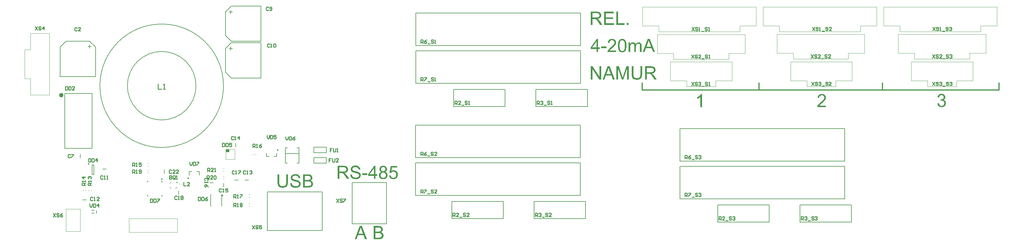
<source format=gto>
G04*
G04 #@! TF.GenerationSoftware,Altium Limited,Altium Designer,20.1.8 (145)*
G04*
G04 Layer_Color=16777215*
%FSLAX43Y43*%
%MOMM*%
G71*
G04*
G04 #@! TF.SameCoordinates,5712E5C3-EFE7-4622-A9FF-169796C5DE8E*
G04*
G04*
G04 #@! TF.FilePolarity,Positive*
G04*
G01*
G75*
%ADD10C,0.150*%
%ADD11C,0.250*%
%ADD12C,0.700*%
%ADD13C,0.254*%
%ADD14C,0.300*%
%ADD15C,0.100*%
%ADD16C,0.200*%
%ADD17R,1.000X0.900*%
G36*
X53020Y33250D02*
D01*
D02*
G37*
G36*
X80450Y44400D02*
D01*
D02*
G37*
G36*
X212054Y90000D02*
X211516D01*
Y90539D01*
X212054D01*
Y90000D01*
D02*
G37*
G36*
X208944Y90456D02*
X210838D01*
Y90000D01*
X208433D01*
Y93844D01*
X208944D01*
Y90456D01*
D02*
G37*
G36*
X207660Y93389D02*
X205388D01*
Y92216D01*
X207516D01*
Y91761D01*
X205388D01*
Y90456D01*
X207749D01*
Y90000D01*
X204877D01*
Y93844D01*
X207660D01*
Y93389D01*
D02*
G37*
G36*
X202828Y93838D02*
X202878D01*
X202994Y93833D01*
X203116Y93816D01*
X203250Y93800D01*
X203372Y93772D01*
X203433Y93755D01*
X203483Y93739D01*
X203489D01*
X203494Y93733D01*
X203528Y93716D01*
X203578Y93694D01*
X203639Y93655D01*
X203705Y93605D01*
X203777Y93539D01*
X203844Y93461D01*
X203911Y93372D01*
Y93366D01*
X203916Y93361D01*
X203939Y93327D01*
X203961Y93272D01*
X203994Y93200D01*
X204022Y93116D01*
X204050Y93016D01*
X204066Y92911D01*
X204072Y92794D01*
Y92789D01*
Y92777D01*
Y92755D01*
X204066Y92728D01*
Y92689D01*
X204061Y92650D01*
X204039Y92555D01*
X204005Y92444D01*
X203961Y92328D01*
X203894Y92211D01*
X203850Y92155D01*
X203805Y92100D01*
X203800Y92094D01*
X203794Y92089D01*
X203777Y92072D01*
X203755Y92055D01*
X203727Y92033D01*
X203694Y92011D01*
X203650Y91983D01*
X203605Y91950D01*
X203550Y91922D01*
X203489Y91894D01*
X203422Y91861D01*
X203350Y91833D01*
X203266Y91811D01*
X203183Y91783D01*
X203089Y91766D01*
X202989Y91750D01*
X203000Y91744D01*
X203022Y91733D01*
X203055Y91711D01*
X203100Y91689D01*
X203200Y91628D01*
X203250Y91589D01*
X203294Y91555D01*
X203305Y91544D01*
X203333Y91517D01*
X203378Y91472D01*
X203433Y91417D01*
X203494Y91339D01*
X203566Y91255D01*
X203639Y91155D01*
X203716Y91044D01*
X204377Y90000D01*
X203744D01*
X203239Y90800D01*
Y90805D01*
X203228Y90817D01*
X203216Y90833D01*
X203200Y90855D01*
X203161Y90917D01*
X203111Y90994D01*
X203050Y91078D01*
X202989Y91167D01*
X202928Y91250D01*
X202872Y91328D01*
X202866Y91333D01*
X202850Y91355D01*
X202822Y91389D01*
X202783Y91428D01*
X202700Y91511D01*
X202655Y91550D01*
X202611Y91583D01*
X202605Y91589D01*
X202594Y91594D01*
X202572Y91605D01*
X202539Y91622D01*
X202505Y91639D01*
X202467Y91655D01*
X202378Y91683D01*
X202372D01*
X202361Y91689D01*
X202339D01*
X202311Y91694D01*
X202272Y91700D01*
X202228D01*
X202167Y91705D01*
X201511D01*
Y90000D01*
X201000D01*
Y93844D01*
X202783D01*
X202828Y93838D01*
D02*
G37*
G36*
X215032Y84911D02*
X215071D01*
X215110Y84905D01*
X215204Y84889D01*
X215304Y84861D01*
X215410Y84816D01*
X215515Y84761D01*
X215604Y84683D01*
X215615Y84672D01*
X215637Y84639D01*
X215676Y84589D01*
X215693Y84550D01*
X215715Y84511D01*
X215737Y84461D01*
X215754Y84411D01*
X215776Y84355D01*
X215793Y84289D01*
X215804Y84222D01*
X215815Y84144D01*
X215826Y84066D01*
Y83978D01*
Y82067D01*
X215354D01*
Y83816D01*
Y83822D01*
Y83828D01*
Y83861D01*
Y83911D01*
X215349Y83972D01*
X215343Y84039D01*
X215337Y84105D01*
X215326Y84172D01*
X215310Y84222D01*
Y84228D01*
X215299Y84244D01*
X215287Y84266D01*
X215271Y84294D01*
X215249Y84328D01*
X215221Y84361D01*
X215187Y84394D01*
X215143Y84428D01*
X215137Y84433D01*
X215121Y84439D01*
X215099Y84450D01*
X215060Y84466D01*
X215021Y84483D01*
X214971Y84494D01*
X214921Y84500D01*
X214860Y84505D01*
X214832D01*
X214810Y84500D01*
X214754Y84494D01*
X214687Y84483D01*
X214610Y84455D01*
X214526Y84422D01*
X214443Y84372D01*
X214365Y84305D01*
X214360Y84294D01*
X214338Y84266D01*
X214304Y84222D01*
X214271Y84155D01*
X214232Y84066D01*
X214204Y83961D01*
X214182Y83833D01*
X214171Y83683D01*
Y82067D01*
X213699D01*
Y83872D01*
Y83878D01*
Y83889D01*
Y83900D01*
Y83922D01*
X213693Y83983D01*
X213682Y84050D01*
X213671Y84128D01*
X213649Y84205D01*
X213621Y84278D01*
X213582Y84344D01*
X213576Y84350D01*
X213560Y84372D01*
X213532Y84394D01*
X213493Y84428D01*
X213443Y84455D01*
X213376Y84483D01*
X213299Y84500D01*
X213204Y84505D01*
X213171D01*
X213132Y84500D01*
X213088Y84494D01*
X213032Y84478D01*
X212965Y84461D01*
X212904Y84433D01*
X212838Y84400D01*
X212832Y84394D01*
X212810Y84378D01*
X212782Y84355D01*
X212743Y84322D01*
X212704Y84278D01*
X212665Y84222D01*
X212627Y84161D01*
X212593Y84089D01*
X212588Y84078D01*
X212582Y84050D01*
X212571Y84005D01*
X212554Y83944D01*
X212538Y83861D01*
X212527Y83761D01*
X212521Y83644D01*
X212515Y83511D01*
Y82067D01*
X212043D01*
Y84855D01*
X212465D01*
Y84455D01*
X212471Y84466D01*
X212488Y84489D01*
X212521Y84528D01*
X212560Y84572D01*
X212610Y84628D01*
X212671Y84683D01*
X212738Y84739D01*
X212815Y84789D01*
X212827Y84794D01*
X212854Y84811D01*
X212899Y84827D01*
X212960Y84855D01*
X213032Y84877D01*
X213115Y84894D01*
X213210Y84911D01*
X213310Y84916D01*
X213360D01*
X213421Y84911D01*
X213488Y84900D01*
X213571Y84883D01*
X213654Y84861D01*
X213738Y84827D01*
X213815Y84783D01*
X213826Y84777D01*
X213849Y84761D01*
X213882Y84733D01*
X213926Y84689D01*
X213971Y84639D01*
X214021Y84578D01*
X214065Y84505D01*
X214099Y84422D01*
X214104Y84428D01*
X214115Y84444D01*
X214132Y84466D01*
X214160Y84500D01*
X214193Y84539D01*
X214232Y84578D01*
X214276Y84622D01*
X214332Y84672D01*
X214393Y84716D01*
X214454Y84761D01*
X214526Y84800D01*
X214604Y84839D01*
X214687Y84872D01*
X214776Y84894D01*
X214865Y84911D01*
X214965Y84916D01*
X215004D01*
X215032Y84911D01*
D02*
G37*
G36*
X205555Y83222D02*
X204094D01*
Y83694D01*
X205555D01*
Y83222D01*
D02*
G37*
G36*
X219759Y82067D02*
X219181D01*
X218732Y83233D01*
X217121D01*
X216704Y82067D01*
X216165D01*
X217632Y85911D01*
X218187D01*
X219759Y82067D01*
D02*
G37*
G36*
X207305Y85922D02*
X207349Y85916D01*
X207405Y85911D01*
X207466Y85900D01*
X207527Y85888D01*
X207672Y85850D01*
X207816Y85794D01*
X207888Y85761D01*
X207960Y85722D01*
X208027Y85672D01*
X208088Y85616D01*
X208094Y85611D01*
X208105Y85605D01*
X208116Y85583D01*
X208138Y85561D01*
X208166Y85533D01*
X208194Y85494D01*
X208221Y85455D01*
X208255Y85405D01*
X208310Y85300D01*
X208366Y85166D01*
X208388Y85100D01*
X208399Y85022D01*
X208410Y84944D01*
X208416Y84861D01*
Y84850D01*
Y84822D01*
X208410Y84777D01*
X208405Y84716D01*
X208394Y84650D01*
X208371Y84572D01*
X208349Y84489D01*
X208316Y84405D01*
X208310Y84394D01*
X208299Y84366D01*
X208277Y84322D01*
X208244Y84261D01*
X208199Y84194D01*
X208144Y84111D01*
X208077Y84028D01*
X207999Y83933D01*
X207988Y83922D01*
X207960Y83889D01*
X207933Y83861D01*
X207905Y83833D01*
X207872Y83800D01*
X207827Y83755D01*
X207783Y83711D01*
X207727Y83661D01*
X207672Y83605D01*
X207605Y83544D01*
X207533Y83483D01*
X207455Y83411D01*
X207366Y83339D01*
X207277Y83261D01*
X207272Y83255D01*
X207260Y83244D01*
X207238Y83228D01*
X207210Y83205D01*
X207177Y83172D01*
X207138Y83139D01*
X207049Y83067D01*
X206955Y82983D01*
X206866Y82900D01*
X206788Y82828D01*
X206755Y82800D01*
X206727Y82772D01*
X206722Y82767D01*
X206705Y82750D01*
X206683Y82728D01*
X206655Y82694D01*
X206627Y82655D01*
X206594Y82617D01*
X206527Y82522D01*
X208421D01*
Y82067D01*
X205872D01*
Y82072D01*
Y82094D01*
Y82128D01*
X205877Y82172D01*
X205883Y82222D01*
X205894Y82278D01*
X205905Y82333D01*
X205927Y82394D01*
Y82400D01*
X205933Y82406D01*
X205944Y82439D01*
X205966Y82489D01*
X205999Y82555D01*
X206044Y82633D01*
X206099Y82722D01*
X206161Y82811D01*
X206238Y82905D01*
Y82911D01*
X206249Y82917D01*
X206277Y82950D01*
X206327Y83000D01*
X206399Y83072D01*
X206483Y83155D01*
X206588Y83255D01*
X206716Y83367D01*
X206855Y83483D01*
X206861Y83489D01*
X206883Y83505D01*
X206916Y83533D01*
X206955Y83567D01*
X207005Y83611D01*
X207066Y83661D01*
X207127Y83716D01*
X207199Y83778D01*
X207338Y83911D01*
X207477Y84044D01*
X207544Y84111D01*
X207605Y84178D01*
X207660Y84239D01*
X207705Y84300D01*
Y84305D01*
X207716Y84311D01*
X207727Y84328D01*
X207738Y84350D01*
X207777Y84411D01*
X207822Y84483D01*
X207860Y84572D01*
X207899Y84666D01*
X207922Y84772D01*
X207933Y84872D01*
Y84877D01*
Y84883D01*
X207927Y84916D01*
X207922Y84972D01*
X207905Y85033D01*
X207883Y85111D01*
X207844Y85189D01*
X207794Y85266D01*
X207727Y85344D01*
X207716Y85355D01*
X207688Y85377D01*
X207649Y85405D01*
X207588Y85444D01*
X207510Y85477D01*
X207422Y85511D01*
X207316Y85533D01*
X207199Y85539D01*
X207166D01*
X207144Y85533D01*
X207077Y85527D01*
X206999Y85511D01*
X206916Y85489D01*
X206822Y85450D01*
X206733Y85400D01*
X206649Y85333D01*
X206638Y85322D01*
X206616Y85294D01*
X206583Y85250D01*
X206549Y85183D01*
X206511Y85105D01*
X206477Y85005D01*
X206455Y84894D01*
X206444Y84766D01*
X205961Y84816D01*
Y84822D01*
X205966Y84839D01*
Y84866D01*
X205972Y84905D01*
X205983Y84950D01*
X205994Y85000D01*
X206011Y85061D01*
X206027Y85122D01*
X206072Y85255D01*
X206138Y85389D01*
X206177Y85455D01*
X206227Y85522D01*
X206277Y85583D01*
X206333Y85639D01*
X206338Y85644D01*
X206349Y85650D01*
X206366Y85666D01*
X206394Y85683D01*
X206427Y85705D01*
X206466Y85727D01*
X206511Y85755D01*
X206566Y85783D01*
X206627Y85811D01*
X206694Y85838D01*
X206766Y85861D01*
X206844Y85883D01*
X206927Y85900D01*
X207016Y85916D01*
X207110Y85922D01*
X207210Y85927D01*
X207266D01*
X207305Y85922D01*
D02*
G37*
G36*
X203144Y83422D02*
X203666D01*
Y82989D01*
X203144D01*
Y82067D01*
X202672D01*
Y82989D01*
X201000D01*
Y83422D01*
X202761Y85911D01*
X203144D01*
Y83422D01*
D02*
G37*
G36*
X210293Y85922D02*
X210366Y85911D01*
X210449Y85894D01*
X210538Y85872D01*
X210632Y85844D01*
X210721Y85800D01*
X210727D01*
X210732Y85794D01*
X210760Y85777D01*
X210805Y85750D01*
X210860Y85711D01*
X210921Y85655D01*
X210988Y85594D01*
X211049Y85522D01*
X211110Y85439D01*
X211116Y85427D01*
X211138Y85400D01*
X211160Y85350D01*
X211199Y85277D01*
X211232Y85194D01*
X211277Y85100D01*
X211316Y84989D01*
X211349Y84866D01*
Y84861D01*
X211354Y84850D01*
X211360Y84833D01*
X211366Y84805D01*
X211371Y84772D01*
X211377Y84733D01*
X211388Y84683D01*
X211393Y84628D01*
X211404Y84566D01*
X211410Y84500D01*
X211416Y84422D01*
X211427Y84344D01*
X211432Y84255D01*
Y84166D01*
X211438Y84066D01*
Y83961D01*
Y83955D01*
Y83933D01*
Y83894D01*
Y83850D01*
X211432Y83789D01*
Y83722D01*
X211427Y83650D01*
X211421Y83572D01*
X211404Y83394D01*
X211377Y83211D01*
X211343Y83033D01*
X211321Y82950D01*
X211293Y82867D01*
Y82861D01*
X211288Y82850D01*
X211277Y82828D01*
X211266Y82800D01*
X211254Y82761D01*
X211232Y82722D01*
X211188Y82628D01*
X211132Y82528D01*
X211060Y82417D01*
X210977Y82317D01*
X210877Y82222D01*
X210871D01*
X210866Y82211D01*
X210849Y82200D01*
X210827Y82189D01*
X210799Y82172D01*
X210771Y82150D01*
X210688Y82111D01*
X210588Y82072D01*
X210471Y82033D01*
X210332Y82011D01*
X210182Y82000D01*
X210127D01*
X210088Y82006D01*
X210044Y82011D01*
X209988Y82022D01*
X209927Y82033D01*
X209860Y82050D01*
X209794Y82072D01*
X209721Y82094D01*
X209649Y82128D01*
X209577Y82167D01*
X209505Y82211D01*
X209432Y82267D01*
X209366Y82328D01*
X209305Y82394D01*
X209299Y82400D01*
X209288Y82417D01*
X209271Y82444D01*
X209244Y82489D01*
X209216Y82539D01*
X209188Y82605D01*
X209149Y82683D01*
X209116Y82772D01*
X209083Y82872D01*
X209049Y82989D01*
X209016Y83117D01*
X208988Y83261D01*
X208960Y83417D01*
X208944Y83583D01*
X208933Y83766D01*
X208927Y83961D01*
Y83966D01*
Y83989D01*
Y84028D01*
Y84072D01*
X208933Y84133D01*
Y84200D01*
X208938Y84272D01*
X208944Y84355D01*
X208960Y84528D01*
X208988Y84711D01*
X209021Y84894D01*
X209044Y84977D01*
X209066Y85061D01*
Y85066D01*
X209071Y85077D01*
X209083Y85100D01*
X209094Y85127D01*
X209105Y85166D01*
X209127Y85205D01*
X209171Y85300D01*
X209227Y85400D01*
X209299Y85505D01*
X209382Y85611D01*
X209482Y85700D01*
X209488D01*
X209494Y85711D01*
X209510Y85722D01*
X209532Y85733D01*
X209560Y85755D01*
X209594Y85772D01*
X209677Y85816D01*
X209777Y85855D01*
X209894Y85894D01*
X210032Y85916D01*
X210182Y85927D01*
X210232D01*
X210293Y85922D01*
D02*
G37*
G36*
X204027Y74067D02*
X203500D01*
X201489Y77083D01*
Y74067D01*
X201000D01*
Y77911D01*
X201522D01*
X203539Y74889D01*
Y77911D01*
X204027D01*
Y74067D01*
D02*
G37*
G36*
X212116D02*
X211627D01*
Y77283D01*
X210505Y74067D01*
X210049D01*
X208938Y77339D01*
Y74067D01*
X208449D01*
Y77911D01*
X209210D01*
X210121Y75183D01*
Y75178D01*
X210127Y75167D01*
X210132Y75150D01*
X210143Y75122D01*
X210166Y75055D01*
X210193Y74972D01*
X210221Y74878D01*
X210255Y74783D01*
X210282Y74694D01*
X210305Y74617D01*
X210310Y74628D01*
X210316Y74655D01*
X210332Y74705D01*
X210355Y74772D01*
X210382Y74861D01*
X210421Y74967D01*
X210460Y75089D01*
X210510Y75233D01*
X211432Y77911D01*
X212116D01*
Y74067D01*
D02*
G37*
G36*
X215971Y75689D02*
Y75683D01*
Y75661D01*
Y75633D01*
Y75594D01*
X215965Y75544D01*
Y75489D01*
X215960Y75422D01*
X215954Y75355D01*
X215937Y75205D01*
X215915Y75050D01*
X215882Y74900D01*
X215860Y74828D01*
X215837Y74761D01*
Y74755D01*
X215832Y74744D01*
X215821Y74728D01*
X215810Y74705D01*
X215776Y74644D01*
X215726Y74567D01*
X215660Y74478D01*
X215582Y74389D01*
X215482Y74294D01*
X215360Y74211D01*
X215354D01*
X215343Y74200D01*
X215326Y74194D01*
X215299Y74178D01*
X215265Y74161D01*
X215221Y74144D01*
X215176Y74128D01*
X215121Y74106D01*
X215060Y74083D01*
X214993Y74067D01*
X214921Y74050D01*
X214837Y74033D01*
X214754Y74022D01*
X214665Y74011D01*
X214465Y74000D01*
X214415D01*
X214376Y74006D01*
X214332D01*
X214276Y74011D01*
X214215Y74017D01*
X214154Y74022D01*
X214015Y74044D01*
X213865Y74078D01*
X213721Y74122D01*
X213582Y74183D01*
X213576D01*
X213565Y74194D01*
X213549Y74206D01*
X213526Y74217D01*
X213465Y74261D01*
X213393Y74322D01*
X213310Y74400D01*
X213232Y74489D01*
X213154Y74600D01*
X213093Y74722D01*
Y74728D01*
X213088Y74739D01*
X213082Y74761D01*
X213071Y74789D01*
X213060Y74822D01*
X213049Y74867D01*
X213032Y74917D01*
X213021Y74978D01*
X213010Y75044D01*
X212993Y75117D01*
X212982Y75194D01*
X212971Y75278D01*
X212960Y75372D01*
X212954Y75472D01*
X212949Y75578D01*
Y75689D01*
Y77911D01*
X213460D01*
Y75689D01*
Y75683D01*
Y75666D01*
Y75639D01*
Y75605D01*
X213465Y75567D01*
Y75517D01*
X213471Y75411D01*
X213482Y75289D01*
X213499Y75167D01*
X213521Y75050D01*
X213532Y75000D01*
X213549Y74950D01*
X213554Y74939D01*
X213565Y74911D01*
X213593Y74872D01*
X213626Y74817D01*
X213665Y74761D01*
X213721Y74700D01*
X213788Y74639D01*
X213865Y74589D01*
X213876Y74583D01*
X213904Y74567D01*
X213954Y74550D01*
X214021Y74528D01*
X214099Y74500D01*
X214199Y74483D01*
X214304Y74467D01*
X214421Y74461D01*
X214476D01*
X214510Y74467D01*
X214560D01*
X214610Y74472D01*
X214732Y74494D01*
X214865Y74522D01*
X214993Y74567D01*
X215115Y74628D01*
X215171Y74667D01*
X215221Y74711D01*
X215226Y74717D01*
X215232Y74722D01*
X215243Y74739D01*
X215260Y74761D01*
X215276Y74794D01*
X215299Y74828D01*
X215321Y74878D01*
X215343Y74928D01*
X215365Y74989D01*
X215382Y75061D01*
X215404Y75144D01*
X215421Y75233D01*
X215437Y75333D01*
X215449Y75439D01*
X215460Y75561D01*
Y75689D01*
Y77911D01*
X215971D01*
Y75689D01*
D02*
G37*
G36*
X218654Y77905D02*
X218704D01*
X218820Y77900D01*
X218943Y77883D01*
X219076Y77866D01*
X219198Y77838D01*
X219259Y77822D01*
X219309Y77805D01*
X219315D01*
X219320Y77800D01*
X219354Y77783D01*
X219404Y77761D01*
X219465Y77722D01*
X219531Y77672D01*
X219604Y77605D01*
X219670Y77527D01*
X219737Y77439D01*
Y77433D01*
X219742Y77427D01*
X219765Y77394D01*
X219787Y77339D01*
X219820Y77266D01*
X219848Y77183D01*
X219876Y77083D01*
X219892Y76977D01*
X219898Y76861D01*
Y76855D01*
Y76844D01*
Y76822D01*
X219892Y76794D01*
Y76755D01*
X219887Y76716D01*
X219865Y76622D01*
X219831Y76511D01*
X219787Y76394D01*
X219720Y76278D01*
X219676Y76222D01*
X219631Y76166D01*
X219626Y76161D01*
X219620Y76155D01*
X219604Y76139D01*
X219581Y76122D01*
X219554Y76100D01*
X219520Y76078D01*
X219476Y76050D01*
X219431Y76016D01*
X219376Y75989D01*
X219315Y75961D01*
X219248Y75928D01*
X219176Y75900D01*
X219093Y75878D01*
X219009Y75850D01*
X218915Y75833D01*
X218815Y75816D01*
X218826Y75811D01*
X218848Y75800D01*
X218881Y75778D01*
X218926Y75755D01*
X219026Y75694D01*
X219076Y75655D01*
X219120Y75622D01*
X219131Y75611D01*
X219159Y75583D01*
X219204Y75539D01*
X219259Y75483D01*
X219320Y75405D01*
X219393Y75322D01*
X219465Y75222D01*
X219543Y75111D01*
X220204Y74067D01*
X219570D01*
X219065Y74867D01*
Y74872D01*
X219054Y74883D01*
X219043Y74900D01*
X219026Y74922D01*
X218987Y74983D01*
X218937Y75061D01*
X218876Y75144D01*
X218815Y75233D01*
X218754Y75317D01*
X218698Y75394D01*
X218693Y75400D01*
X218676Y75422D01*
X218648Y75455D01*
X218609Y75494D01*
X218526Y75578D01*
X218482Y75617D01*
X218437Y75650D01*
X218432Y75655D01*
X218420Y75661D01*
X218398Y75672D01*
X218365Y75689D01*
X218332Y75705D01*
X218293Y75722D01*
X218204Y75750D01*
X218198D01*
X218187Y75755D01*
X218165D01*
X218137Y75761D01*
X218098Y75766D01*
X218054D01*
X217993Y75772D01*
X217337D01*
Y74067D01*
X216826D01*
Y77911D01*
X218609D01*
X218654Y77905D01*
D02*
G37*
G36*
X208055Y74067D02*
X207477D01*
X207027Y75233D01*
X205416D01*
X205000Y74067D01*
X204461D01*
X205927Y77911D01*
X206483D01*
X208055Y74067D01*
D02*
G37*
G36*
X303317Y69922D02*
X303389Y69911D01*
X303478Y69894D01*
X303578Y69866D01*
X303678Y69833D01*
X303778Y69788D01*
X303783D01*
X303789Y69783D01*
X303822Y69766D01*
X303872Y69733D01*
X303928Y69694D01*
X303994Y69639D01*
X304061Y69577D01*
X304128Y69505D01*
X304183Y69422D01*
X304189Y69411D01*
X304205Y69383D01*
X304228Y69333D01*
X304255Y69272D01*
X304283Y69200D01*
X304305Y69116D01*
X304322Y69022D01*
X304328Y68927D01*
Y68916D01*
Y68883D01*
X304322Y68839D01*
X304311Y68777D01*
X304294Y68705D01*
X304266Y68628D01*
X304233Y68550D01*
X304189Y68472D01*
X304183Y68461D01*
X304166Y68439D01*
X304133Y68400D01*
X304089Y68355D01*
X304033Y68305D01*
X303966Y68250D01*
X303889Y68200D01*
X303794Y68150D01*
X303800D01*
X303811Y68144D01*
X303828Y68139D01*
X303850Y68133D01*
X303911Y68111D01*
X303989Y68078D01*
X304078Y68033D01*
X304166Y67978D01*
X304250Y67905D01*
X304328Y67822D01*
X304333Y67811D01*
X304355Y67778D01*
X304389Y67722D01*
X304422Y67650D01*
X304455Y67561D01*
X304489Y67455D01*
X304511Y67333D01*
X304516Y67200D01*
Y67194D01*
Y67178D01*
Y67150D01*
X304511Y67117D01*
X304505Y67072D01*
X304494Y67022D01*
X304483Y66967D01*
X304472Y66905D01*
X304428Y66772D01*
X304394Y66700D01*
X304361Y66633D01*
X304316Y66561D01*
X304266Y66489D01*
X304211Y66417D01*
X304144Y66350D01*
X304139Y66344D01*
X304128Y66333D01*
X304105Y66317D01*
X304078Y66294D01*
X304044Y66267D01*
X304000Y66239D01*
X303950Y66206D01*
X303889Y66178D01*
X303828Y66144D01*
X303755Y66111D01*
X303683Y66083D01*
X303600Y66056D01*
X303511Y66033D01*
X303417Y66017D01*
X303322Y66006D01*
X303217Y66000D01*
X303167D01*
X303133Y66006D01*
X303089Y66011D01*
X303039Y66017D01*
X302983Y66028D01*
X302922Y66039D01*
X302789Y66072D01*
X302650Y66128D01*
X302578Y66161D01*
X302511Y66200D01*
X302444Y66250D01*
X302378Y66300D01*
X302372Y66306D01*
X302361Y66317D01*
X302344Y66333D01*
X302328Y66356D01*
X302300Y66383D01*
X302272Y66422D01*
X302239Y66461D01*
X302206Y66511D01*
X302172Y66567D01*
X302139Y66622D01*
X302078Y66755D01*
X302028Y66911D01*
X302011Y66994D01*
X302000Y67083D01*
X302472Y67144D01*
Y67139D01*
X302478Y67128D01*
X302483Y67105D01*
X302489Y67078D01*
X302494Y67044D01*
X302505Y67005D01*
X302533Y66922D01*
X302572Y66822D01*
X302622Y66728D01*
X302678Y66639D01*
X302744Y66561D01*
X302755Y66555D01*
X302778Y66533D01*
X302822Y66506D01*
X302878Y66478D01*
X302944Y66444D01*
X303028Y66417D01*
X303122Y66394D01*
X303222Y66389D01*
X303255D01*
X303278Y66394D01*
X303339Y66400D01*
X303417Y66417D01*
X303505Y66444D01*
X303600Y66483D01*
X303694Y66539D01*
X303783Y66617D01*
X303794Y66628D01*
X303822Y66661D01*
X303855Y66711D01*
X303900Y66778D01*
X303944Y66861D01*
X303978Y66955D01*
X304005Y67067D01*
X304016Y67189D01*
Y67194D01*
Y67205D01*
Y67222D01*
X304011Y67244D01*
X304005Y67305D01*
X303989Y67378D01*
X303966Y67467D01*
X303928Y67555D01*
X303872Y67644D01*
X303800Y67728D01*
X303789Y67739D01*
X303761Y67761D01*
X303716Y67794D01*
X303655Y67833D01*
X303578Y67872D01*
X303483Y67905D01*
X303378Y67928D01*
X303261Y67939D01*
X303211D01*
X303172Y67933D01*
X303122Y67928D01*
X303067Y67916D01*
X303000Y67905D01*
X302928Y67889D01*
X302983Y68305D01*
X303011D01*
X303033Y68300D01*
X303105D01*
X303167Y68311D01*
X303239Y68322D01*
X303322Y68339D01*
X303417Y68366D01*
X303505Y68405D01*
X303600Y68455D01*
X303605D01*
X303611Y68461D01*
X303639Y68483D01*
X303678Y68522D01*
X303722Y68572D01*
X303766Y68644D01*
X303805Y68728D01*
X303833Y68822D01*
X303844Y68877D01*
Y68939D01*
Y68944D01*
Y68950D01*
Y68983D01*
X303833Y69027D01*
X303822Y69089D01*
X303800Y69155D01*
X303772Y69227D01*
X303728Y69300D01*
X303667Y69366D01*
X303661Y69372D01*
X303633Y69394D01*
X303594Y69422D01*
X303544Y69455D01*
X303478Y69483D01*
X303400Y69511D01*
X303311Y69533D01*
X303211Y69539D01*
X303167D01*
X303117Y69527D01*
X303050Y69516D01*
X302978Y69494D01*
X302905Y69466D01*
X302828Y69422D01*
X302755Y69366D01*
X302750Y69361D01*
X302728Y69333D01*
X302694Y69294D01*
X302655Y69239D01*
X302617Y69166D01*
X302578Y69077D01*
X302544Y68972D01*
X302522Y68850D01*
X302050Y68933D01*
Y68939D01*
X302056Y68955D01*
X302061Y68977D01*
X302067Y69011D01*
X302078Y69050D01*
X302094Y69094D01*
X302128Y69200D01*
X302183Y69322D01*
X302250Y69444D01*
X302333Y69561D01*
X302439Y69666D01*
X302444Y69672D01*
X302456Y69677D01*
X302472Y69689D01*
X302494Y69705D01*
X302522Y69727D01*
X302561Y69750D01*
X302600Y69772D01*
X302650Y69800D01*
X302761Y69844D01*
X302889Y69888D01*
X303039Y69916D01*
X303117Y69927D01*
X303255D01*
X303317Y69922D01*
D02*
G37*
G36*
X268433Y69855D02*
X268478Y69850D01*
X268533Y69844D01*
X268594Y69833D01*
X268655Y69822D01*
X268800Y69783D01*
X268944Y69727D01*
X269016Y69694D01*
X269089Y69655D01*
X269155Y69605D01*
X269216Y69550D01*
X269222Y69544D01*
X269233Y69539D01*
X269244Y69516D01*
X269266Y69494D01*
X269294Y69466D01*
X269322Y69427D01*
X269350Y69389D01*
X269383Y69339D01*
X269439Y69233D01*
X269494Y69100D01*
X269516Y69033D01*
X269528Y68955D01*
X269539Y68877D01*
X269544Y68794D01*
Y68783D01*
Y68755D01*
X269539Y68711D01*
X269533Y68650D01*
X269522Y68583D01*
X269500Y68505D01*
X269478Y68422D01*
X269444Y68339D01*
X269439Y68328D01*
X269428Y68300D01*
X269405Y68255D01*
X269372Y68194D01*
X269328Y68128D01*
X269272Y68044D01*
X269205Y67961D01*
X269128Y67866D01*
X269116Y67855D01*
X269089Y67822D01*
X269061Y67794D01*
X269033Y67766D01*
X269000Y67733D01*
X268955Y67689D01*
X268911Y67644D01*
X268855Y67594D01*
X268800Y67539D01*
X268733Y67478D01*
X268661Y67417D01*
X268583Y67344D01*
X268494Y67272D01*
X268405Y67194D01*
X268400Y67189D01*
X268389Y67178D01*
X268367Y67161D01*
X268339Y67139D01*
X268305Y67105D01*
X268267Y67072D01*
X268178Y67000D01*
X268083Y66917D01*
X267994Y66833D01*
X267917Y66761D01*
X267883Y66733D01*
X267855Y66705D01*
X267850Y66700D01*
X267833Y66683D01*
X267811Y66661D01*
X267783Y66628D01*
X267755Y66589D01*
X267722Y66550D01*
X267655Y66456D01*
X269550D01*
Y66000D01*
X267000D01*
Y66006D01*
Y66028D01*
Y66061D01*
X267006Y66106D01*
X267011Y66156D01*
X267022Y66211D01*
X267033Y66267D01*
X267056Y66328D01*
Y66333D01*
X267061Y66339D01*
X267072Y66372D01*
X267094Y66422D01*
X267128Y66489D01*
X267172Y66567D01*
X267228Y66655D01*
X267289Y66744D01*
X267367Y66839D01*
Y66844D01*
X267378Y66850D01*
X267406Y66883D01*
X267456Y66933D01*
X267528Y67005D01*
X267611Y67089D01*
X267717Y67189D01*
X267844Y67300D01*
X267983Y67417D01*
X267989Y67422D01*
X268011Y67439D01*
X268044Y67467D01*
X268083Y67500D01*
X268133Y67544D01*
X268194Y67594D01*
X268255Y67650D01*
X268328Y67711D01*
X268467Y67844D01*
X268605Y67978D01*
X268672Y68044D01*
X268733Y68111D01*
X268789Y68172D01*
X268833Y68233D01*
Y68239D01*
X268844Y68244D01*
X268855Y68261D01*
X268866Y68283D01*
X268905Y68344D01*
X268950Y68416D01*
X268989Y68505D01*
X269028Y68600D01*
X269050Y68705D01*
X269061Y68805D01*
Y68811D01*
Y68816D01*
X269055Y68850D01*
X269050Y68905D01*
X269033Y68966D01*
X269011Y69044D01*
X268972Y69122D01*
X268922Y69200D01*
X268855Y69277D01*
X268844Y69289D01*
X268816Y69311D01*
X268778Y69339D01*
X268716Y69377D01*
X268639Y69411D01*
X268550Y69444D01*
X268444Y69466D01*
X268328Y69472D01*
X268294D01*
X268272Y69466D01*
X268205Y69461D01*
X268128Y69444D01*
X268044Y69422D01*
X267950Y69383D01*
X267861Y69333D01*
X267778Y69266D01*
X267767Y69255D01*
X267744Y69227D01*
X267711Y69183D01*
X267678Y69116D01*
X267639Y69039D01*
X267605Y68939D01*
X267583Y68827D01*
X267572Y68700D01*
X267089Y68750D01*
Y68755D01*
X267094Y68772D01*
Y68800D01*
X267100Y68839D01*
X267111Y68883D01*
X267122Y68933D01*
X267139Y68994D01*
X267156Y69055D01*
X267200Y69189D01*
X267267Y69322D01*
X267306Y69389D01*
X267356Y69455D01*
X267406Y69516D01*
X267461Y69572D01*
X267467Y69577D01*
X267478Y69583D01*
X267494Y69600D01*
X267522Y69616D01*
X267556Y69639D01*
X267594Y69661D01*
X267639Y69689D01*
X267694Y69716D01*
X267755Y69744D01*
X267822Y69772D01*
X267894Y69794D01*
X267972Y69816D01*
X268055Y69833D01*
X268144Y69850D01*
X268239Y69855D01*
X268339Y69861D01*
X268394D01*
X268433Y69855D01*
D02*
G37*
G36*
X233417Y66000D02*
X232944D01*
Y69005D01*
X232939Y69000D01*
X232911Y68977D01*
X232878Y68944D01*
X232822Y68905D01*
X232761Y68855D01*
X232683Y68800D01*
X232594Y68739D01*
X232494Y68677D01*
X232489D01*
X232483Y68672D01*
X232450Y68650D01*
X232394Y68622D01*
X232328Y68589D01*
X232250Y68550D01*
X232167Y68511D01*
X232083Y68472D01*
X232000Y68439D01*
Y68894D01*
X232006D01*
X232017Y68905D01*
X232039Y68911D01*
X232067Y68927D01*
X232100Y68944D01*
X232139Y68966D01*
X232233Y69022D01*
X232344Y69083D01*
X232456Y69161D01*
X232572Y69250D01*
X232689Y69344D01*
X232694Y69350D01*
X232700Y69355D01*
X232717Y69372D01*
X232739Y69389D01*
X232789Y69444D01*
X232855Y69511D01*
X232922Y69589D01*
X232994Y69677D01*
X233055Y69766D01*
X233111Y69861D01*
X233417D01*
Y66000D01*
D02*
G37*
G36*
X139277Y31338D02*
X139321D01*
X139421Y31327D01*
X139533Y31316D01*
X139649Y31294D01*
X139766Y31266D01*
X139871Y31227D01*
X139877D01*
X139883Y31222D01*
X139916Y31205D01*
X139966Y31177D01*
X140021Y31139D01*
X140088Y31089D01*
X140160Y31027D01*
X140227Y30950D01*
X140288Y30866D01*
X140294Y30855D01*
X140310Y30822D01*
X140338Y30777D01*
X140366Y30711D01*
X140394Y30633D01*
X140421Y30550D01*
X140438Y30455D01*
X140444Y30361D01*
Y30350D01*
Y30322D01*
X140438Y30272D01*
X140427Y30211D01*
X140410Y30139D01*
X140382Y30061D01*
X140349Y29983D01*
X140305Y29900D01*
X140299Y29889D01*
X140283Y29866D01*
X140249Y29822D01*
X140205Y29778D01*
X140149Y29722D01*
X140083Y29661D01*
X139999Y29605D01*
X139905Y29550D01*
X139910D01*
X139921Y29544D01*
X139938Y29539D01*
X139960Y29528D01*
X140027Y29505D01*
X140105Y29466D01*
X140188Y29416D01*
X140283Y29355D01*
X140366Y29283D01*
X140444Y29194D01*
X140449Y29183D01*
X140471Y29150D01*
X140505Y29100D01*
X140538Y29033D01*
X140571Y28944D01*
X140605Y28850D01*
X140627Y28739D01*
X140632Y28617D01*
Y28611D01*
Y28605D01*
Y28572D01*
X140627Y28517D01*
X140616Y28450D01*
X140605Y28372D01*
X140582Y28289D01*
X140555Y28200D01*
X140516Y28111D01*
X140510Y28100D01*
X140494Y28072D01*
X140471Y28033D01*
X140438Y27978D01*
X140394Y27922D01*
X140349Y27861D01*
X140294Y27800D01*
X140233Y27750D01*
X140227Y27744D01*
X140205Y27728D01*
X140166Y27706D01*
X140116Y27683D01*
X140055Y27650D01*
X139983Y27617D01*
X139905Y27589D01*
X139810Y27561D01*
X139799D01*
X139766Y27550D01*
X139710Y27544D01*
X139638Y27533D01*
X139549Y27522D01*
X139444Y27511D01*
X139327Y27506D01*
X139194Y27500D01*
X137727D01*
Y31344D01*
X139238D01*
X139277Y31338D01*
D02*
G37*
G36*
X135844Y27500D02*
X135266D01*
X134816Y28667D01*
X133205D01*
X132789Y27500D01*
X132250D01*
X133717Y31344D01*
X134272D01*
X135844Y27500D01*
D02*
G37*
G36*
X132555Y48972D02*
X132594D01*
X132699Y48961D01*
X132816Y48944D01*
X132938Y48916D01*
X133072Y48883D01*
X133194Y48838D01*
X133199D01*
X133210Y48833D01*
X133227Y48822D01*
X133249Y48811D01*
X133305Y48783D01*
X133377Y48733D01*
X133460Y48677D01*
X133544Y48605D01*
X133622Y48522D01*
X133694Y48427D01*
Y48422D01*
X133699Y48416D01*
X133710Y48400D01*
X133722Y48383D01*
X133749Y48327D01*
X133783Y48255D01*
X133822Y48166D01*
X133849Y48061D01*
X133877Y47950D01*
X133888Y47827D01*
X133399Y47789D01*
Y47794D01*
Y47805D01*
X133394Y47822D01*
X133388Y47850D01*
X133372Y47911D01*
X133349Y47994D01*
X133316Y48083D01*
X133266Y48172D01*
X133205Y48255D01*
X133127Y48333D01*
X133116Y48339D01*
X133088Y48361D01*
X133033Y48394D01*
X132961Y48427D01*
X132866Y48461D01*
X132755Y48494D01*
X132616Y48516D01*
X132461Y48522D01*
X132383D01*
X132349Y48516D01*
X132305Y48511D01*
X132205Y48500D01*
X132094Y48477D01*
X131983Y48450D01*
X131877Y48405D01*
X131833Y48377D01*
X131788Y48350D01*
X131777Y48344D01*
X131755Y48322D01*
X131722Y48283D01*
X131688Y48239D01*
X131650Y48177D01*
X131616Y48111D01*
X131594Y48033D01*
X131583Y47944D01*
Y47933D01*
Y47911D01*
X131588Y47872D01*
X131600Y47827D01*
X131616Y47772D01*
X131644Y47716D01*
X131677Y47661D01*
X131727Y47605D01*
X131733Y47600D01*
X131761Y47583D01*
X131783Y47566D01*
X131805Y47555D01*
X131838Y47539D01*
X131877Y47516D01*
X131927Y47500D01*
X131983Y47478D01*
X132044Y47455D01*
X132116Y47428D01*
X132194Y47405D01*
X132283Y47378D01*
X132383Y47355D01*
X132494Y47328D01*
X132499D01*
X132522Y47322D01*
X132555Y47316D01*
X132594Y47305D01*
X132644Y47294D01*
X132705Y47278D01*
X132766Y47261D01*
X132833Y47244D01*
X132977Y47205D01*
X133116Y47166D01*
X133183Y47144D01*
X133244Y47122D01*
X133299Y47105D01*
X133344Y47083D01*
X133349D01*
X133360Y47078D01*
X133377Y47066D01*
X133399Y47055D01*
X133460Y47022D01*
X133533Y46978D01*
X133616Y46916D01*
X133699Y46850D01*
X133777Y46772D01*
X133844Y46689D01*
X133849Y46678D01*
X133872Y46650D01*
X133894Y46600D01*
X133927Y46533D01*
X133955Y46455D01*
X133983Y46361D01*
X133999Y46255D01*
X134005Y46144D01*
Y46139D01*
Y46133D01*
Y46117D01*
Y46094D01*
X133994Y46033D01*
X133983Y45955D01*
X133960Y45867D01*
X133933Y45772D01*
X133888Y45672D01*
X133827Y45567D01*
Y45561D01*
X133822Y45556D01*
X133794Y45522D01*
X133755Y45472D01*
X133699Y45417D01*
X133627Y45350D01*
X133538Y45278D01*
X133438Y45211D01*
X133322Y45150D01*
X133316D01*
X133305Y45144D01*
X133288Y45139D01*
X133266Y45128D01*
X133233Y45117D01*
X133194Y45100D01*
X133105Y45078D01*
X132999Y45050D01*
X132872Y45022D01*
X132733Y45006D01*
X132583Y45000D01*
X132494D01*
X132449Y45006D01*
X132399D01*
X132344Y45011D01*
X132277Y45017D01*
X132138Y45039D01*
X131994Y45061D01*
X131850Y45100D01*
X131711Y45150D01*
X131705D01*
X131694Y45156D01*
X131677Y45167D01*
X131655Y45178D01*
X131588Y45211D01*
X131511Y45261D01*
X131422Y45328D01*
X131327Y45406D01*
X131238Y45500D01*
X131155Y45605D01*
Y45611D01*
X131144Y45622D01*
X131138Y45639D01*
X131122Y45661D01*
X131111Y45689D01*
X131094Y45722D01*
X131055Y45805D01*
X131016Y45911D01*
X130983Y46028D01*
X130961Y46161D01*
X130950Y46300D01*
X131427Y46344D01*
Y46339D01*
Y46333D01*
X131433Y46317D01*
Y46294D01*
X131444Y46244D01*
X131461Y46172D01*
X131483Y46100D01*
X131505Y46017D01*
X131544Y45939D01*
X131583Y45867D01*
X131588Y45861D01*
X131605Y45839D01*
X131633Y45800D01*
X131677Y45761D01*
X131733Y45711D01*
X131794Y45661D01*
X131877Y45611D01*
X131966Y45567D01*
X131972D01*
X131977Y45561D01*
X131994Y45556D01*
X132011Y45550D01*
X132066Y45533D01*
X132138Y45511D01*
X132227Y45489D01*
X132327Y45472D01*
X132438Y45461D01*
X132561Y45456D01*
X132611D01*
X132666Y45461D01*
X132733Y45467D01*
X132811Y45478D01*
X132899Y45489D01*
X132988Y45511D01*
X133072Y45539D01*
X133083Y45544D01*
X133111Y45556D01*
X133149Y45578D01*
X133199Y45600D01*
X133249Y45639D01*
X133305Y45678D01*
X133360Y45722D01*
X133405Y45778D01*
X133410Y45783D01*
X133422Y45805D01*
X133438Y45833D01*
X133460Y45878D01*
X133483Y45922D01*
X133499Y45978D01*
X133510Y46039D01*
X133516Y46105D01*
Y46111D01*
Y46139D01*
X133510Y46172D01*
X133505Y46217D01*
X133488Y46261D01*
X133472Y46317D01*
X133444Y46372D01*
X133405Y46422D01*
X133399Y46428D01*
X133383Y46444D01*
X133360Y46467D01*
X133322Y46500D01*
X133277Y46533D01*
X133216Y46572D01*
X133144Y46611D01*
X133061Y46644D01*
X133055Y46650D01*
X133027Y46655D01*
X132983Y46672D01*
X132955Y46678D01*
X132916Y46689D01*
X132877Y46705D01*
X132827Y46716D01*
X132772Y46733D01*
X132705Y46750D01*
X132638Y46766D01*
X132561Y46789D01*
X132472Y46811D01*
X132377Y46833D01*
X132372D01*
X132355Y46839D01*
X132327Y46844D01*
X132294Y46855D01*
X132249Y46866D01*
X132199Y46878D01*
X132088Y46911D01*
X131966Y46950D01*
X131838Y46989D01*
X131727Y47028D01*
X131677Y47050D01*
X131633Y47072D01*
X131627D01*
X131622Y47078D01*
X131588Y47100D01*
X131538Y47128D01*
X131483Y47172D01*
X131416Y47222D01*
X131350Y47283D01*
X131283Y47355D01*
X131227Y47433D01*
X131222Y47444D01*
X131205Y47472D01*
X131183Y47516D01*
X131161Y47572D01*
X131138Y47644D01*
X131116Y47728D01*
X131100Y47816D01*
X131094Y47911D01*
Y47916D01*
Y47922D01*
Y47939D01*
Y47961D01*
X131105Y48016D01*
X131116Y48089D01*
X131133Y48172D01*
X131161Y48266D01*
X131200Y48361D01*
X131255Y48455D01*
Y48461D01*
X131261Y48466D01*
X131288Y48500D01*
X131327Y48544D01*
X131377Y48600D01*
X131444Y48661D01*
X131527Y48727D01*
X131627Y48789D01*
X131738Y48844D01*
X131744D01*
X131755Y48850D01*
X131772Y48855D01*
X131794Y48866D01*
X131822Y48877D01*
X131861Y48888D01*
X131944Y48911D01*
X132049Y48933D01*
X132172Y48955D01*
X132299Y48972D01*
X132444Y48977D01*
X132516D01*
X132555Y48972D01*
D02*
G37*
G36*
X135916Y46222D02*
X134455D01*
Y46694D01*
X135916D01*
Y46222D01*
D02*
G37*
G36*
X144643Y48411D02*
X143104D01*
X142898Y47372D01*
X142904Y47378D01*
X142915Y47383D01*
X142932Y47394D01*
X142959Y47411D01*
X142993Y47428D01*
X143032Y47450D01*
X143121Y47494D01*
X143232Y47539D01*
X143354Y47578D01*
X143487Y47605D01*
X143554Y47616D01*
X143676D01*
X143709Y47611D01*
X143754Y47605D01*
X143804Y47600D01*
X143859Y47589D01*
X143921Y47572D01*
X144054Y47533D01*
X144126Y47505D01*
X144198Y47466D01*
X144270Y47428D01*
X144343Y47383D01*
X144409Y47328D01*
X144476Y47266D01*
X144482Y47261D01*
X144493Y47250D01*
X144509Y47233D01*
X144532Y47205D01*
X144559Y47166D01*
X144587Y47128D01*
X144620Y47078D01*
X144654Y47022D01*
X144682Y46961D01*
X144715Y46894D01*
X144743Y46816D01*
X144770Y46739D01*
X144793Y46655D01*
X144809Y46561D01*
X144820Y46467D01*
X144826Y46367D01*
Y46361D01*
Y46344D01*
Y46317D01*
X144820Y46278D01*
X144815Y46233D01*
X144809Y46183D01*
X144798Y46122D01*
X144787Y46061D01*
X144754Y45917D01*
X144698Y45767D01*
X144665Y45689D01*
X144620Y45617D01*
X144576Y45539D01*
X144520Y45467D01*
X144515Y45461D01*
X144504Y45444D01*
X144482Y45422D01*
X144454Y45394D01*
X144415Y45361D01*
X144370Y45317D01*
X144315Y45278D01*
X144254Y45233D01*
X144187Y45189D01*
X144109Y45150D01*
X144026Y45111D01*
X143937Y45072D01*
X143843Y45044D01*
X143737Y45022D01*
X143626Y45006D01*
X143509Y45000D01*
X143459D01*
X143421Y45006D01*
X143376Y45011D01*
X143326Y45017D01*
X143265Y45022D01*
X143204Y45039D01*
X143065Y45072D01*
X142926Y45122D01*
X142854Y45156D01*
X142782Y45194D01*
X142715Y45239D01*
X142648Y45289D01*
X142643Y45294D01*
X142632Y45300D01*
X142621Y45322D01*
X142598Y45344D01*
X142571Y45372D01*
X142543Y45406D01*
X142510Y45450D01*
X142482Y45500D01*
X142448Y45550D01*
X142415Y45611D01*
X142354Y45744D01*
X142304Y45900D01*
X142287Y45983D01*
X142276Y46072D01*
X142771Y46111D01*
Y46105D01*
Y46094D01*
X142776Y46078D01*
X142782Y46050D01*
X142798Y45989D01*
X142821Y45905D01*
X142854Y45822D01*
X142898Y45728D01*
X142954Y45644D01*
X143021Y45567D01*
X143032Y45561D01*
X143054Y45539D01*
X143098Y45511D01*
X143159Y45478D01*
X143226Y45444D01*
X143309Y45417D01*
X143404Y45394D01*
X143509Y45389D01*
X143543D01*
X143565Y45394D01*
X143632Y45400D01*
X143709Y45422D01*
X143804Y45450D01*
X143898Y45494D01*
X143998Y45561D01*
X144043Y45600D01*
X144087Y45644D01*
X144093Y45650D01*
X144098Y45655D01*
X144109Y45672D01*
X144126Y45689D01*
X144165Y45750D01*
X144209Y45828D01*
X144248Y45922D01*
X144287Y46039D01*
X144315Y46178D01*
X144326Y46250D01*
Y46328D01*
Y46333D01*
Y46344D01*
Y46367D01*
X144320Y46394D01*
Y46428D01*
X144315Y46467D01*
X144298Y46555D01*
X144270Y46661D01*
X144232Y46766D01*
X144176Y46866D01*
X144098Y46961D01*
Y46966D01*
X144087Y46972D01*
X144059Y47000D01*
X144009Y47039D01*
X143943Y47083D01*
X143854Y47122D01*
X143754Y47161D01*
X143637Y47189D01*
X143571Y47200D01*
X143465D01*
X143421Y47194D01*
X143365Y47189D01*
X143298Y47172D01*
X143232Y47155D01*
X143159Y47128D01*
X143087Y47094D01*
X143082Y47089D01*
X143059Y47078D01*
X143026Y47050D01*
X142982Y47022D01*
X142937Y46983D01*
X142893Y46933D01*
X142843Y46883D01*
X142804Y46822D01*
X142360Y46883D01*
X142732Y48861D01*
X144643D01*
Y48411D01*
D02*
G37*
G36*
X138282Y46422D02*
X138804D01*
Y45989D01*
X138282D01*
Y45067D01*
X137810D01*
Y45989D01*
X136138D01*
Y46422D01*
X137899Y48911D01*
X138282D01*
Y46422D01*
D02*
G37*
G36*
X129078Y48905D02*
X129128D01*
X129244Y48900D01*
X129366Y48883D01*
X129500Y48866D01*
X129622Y48838D01*
X129683Y48822D01*
X129733Y48805D01*
X129739D01*
X129744Y48800D01*
X129778Y48783D01*
X129828Y48761D01*
X129889Y48722D01*
X129955Y48672D01*
X130027Y48605D01*
X130094Y48527D01*
X130161Y48439D01*
Y48433D01*
X130166Y48427D01*
X130189Y48394D01*
X130211Y48339D01*
X130244Y48266D01*
X130272Y48183D01*
X130300Y48083D01*
X130316Y47977D01*
X130322Y47861D01*
Y47855D01*
Y47844D01*
Y47822D01*
X130316Y47794D01*
Y47755D01*
X130311Y47716D01*
X130289Y47622D01*
X130255Y47511D01*
X130211Y47394D01*
X130144Y47278D01*
X130100Y47222D01*
X130055Y47166D01*
X130050Y47161D01*
X130044Y47155D01*
X130027Y47139D01*
X130005Y47122D01*
X129977Y47100D01*
X129944Y47078D01*
X129900Y47050D01*
X129855Y47016D01*
X129800Y46989D01*
X129739Y46961D01*
X129672Y46928D01*
X129600Y46900D01*
X129516Y46878D01*
X129433Y46850D01*
X129339Y46833D01*
X129239Y46816D01*
X129250Y46811D01*
X129272Y46800D01*
X129305Y46778D01*
X129350Y46755D01*
X129450Y46694D01*
X129500Y46655D01*
X129544Y46622D01*
X129555Y46611D01*
X129583Y46583D01*
X129628Y46539D01*
X129683Y46483D01*
X129744Y46405D01*
X129816Y46322D01*
X129889Y46222D01*
X129966Y46111D01*
X130627Y45067D01*
X129994D01*
X129489Y45867D01*
Y45872D01*
X129478Y45883D01*
X129466Y45900D01*
X129450Y45922D01*
X129411Y45983D01*
X129361Y46061D01*
X129300Y46144D01*
X129239Y46233D01*
X129178Y46317D01*
X129122Y46394D01*
X129116Y46400D01*
X129100Y46422D01*
X129072Y46455D01*
X129033Y46494D01*
X128950Y46578D01*
X128905Y46617D01*
X128861Y46650D01*
X128855Y46655D01*
X128844Y46661D01*
X128822Y46672D01*
X128789Y46689D01*
X128755Y46705D01*
X128717Y46722D01*
X128628Y46750D01*
X128622D01*
X128611Y46755D01*
X128589D01*
X128561Y46761D01*
X128522Y46766D01*
X128478D01*
X128417Y46772D01*
X127761D01*
Y45067D01*
X127250D01*
Y48911D01*
X129033D01*
X129078Y48905D01*
D02*
G37*
G36*
X140621Y48922D02*
X140665Y48916D01*
X140715Y48911D01*
X140771Y48905D01*
X140826Y48888D01*
X140960Y48855D01*
X141093Y48805D01*
X141160Y48772D01*
X141226Y48733D01*
X141287Y48683D01*
X141349Y48633D01*
X141354Y48627D01*
X141360Y48622D01*
X141376Y48605D01*
X141399Y48583D01*
X141421Y48550D01*
X141449Y48516D01*
X141504Y48433D01*
X141560Y48327D01*
X141610Y48205D01*
X141649Y48066D01*
X141654Y47994D01*
X141660Y47916D01*
Y47911D01*
Y47905D01*
Y47872D01*
X141654Y47822D01*
X141643Y47761D01*
X141626Y47683D01*
X141599Y47605D01*
X141565Y47528D01*
X141515Y47450D01*
X141510Y47439D01*
X141487Y47416D01*
X141454Y47383D01*
X141410Y47339D01*
X141349Y47289D01*
X141276Y47239D01*
X141193Y47189D01*
X141093Y47144D01*
X141099D01*
X141110Y47139D01*
X141126Y47133D01*
X141149Y47122D01*
X141215Y47094D01*
X141293Y47055D01*
X141376Y47000D01*
X141465Y46939D01*
X141549Y46861D01*
X141626Y46772D01*
Y46766D01*
X141632Y46761D01*
X141654Y46728D01*
X141687Y46672D01*
X141721Y46600D01*
X141754Y46511D01*
X141787Y46405D01*
X141810Y46289D01*
X141815Y46161D01*
Y46155D01*
Y46139D01*
Y46111D01*
X141810Y46078D01*
X141804Y46039D01*
X141798Y45989D01*
X141787Y45933D01*
X141771Y45872D01*
X141732Y45744D01*
X141704Y45672D01*
X141665Y45605D01*
X141626Y45533D01*
X141582Y45467D01*
X141526Y45400D01*
X141465Y45333D01*
X141460Y45328D01*
X141449Y45317D01*
X141432Y45300D01*
X141404Y45283D01*
X141365Y45256D01*
X141326Y45228D01*
X141276Y45200D01*
X141221Y45167D01*
X141160Y45133D01*
X141087Y45106D01*
X141010Y45078D01*
X140932Y45050D01*
X140843Y45033D01*
X140749Y45017D01*
X140654Y45006D01*
X140549Y45000D01*
X140493D01*
X140454Y45006D01*
X140404Y45011D01*
X140349Y45017D01*
X140288Y45028D01*
X140221Y45044D01*
X140071Y45083D01*
X139993Y45111D01*
X139921Y45139D01*
X139843Y45178D01*
X139765Y45222D01*
X139693Y45272D01*
X139626Y45333D01*
X139621Y45339D01*
X139610Y45350D01*
X139593Y45367D01*
X139571Y45394D01*
X139549Y45428D01*
X139515Y45467D01*
X139488Y45511D01*
X139454Y45567D01*
X139421Y45622D01*
X139393Y45689D01*
X139338Y45828D01*
X139315Y45911D01*
X139299Y45994D01*
X139288Y46083D01*
X139282Y46172D01*
Y46178D01*
Y46189D01*
Y46211D01*
X139288Y46233D01*
Y46267D01*
X139293Y46305D01*
X139304Y46394D01*
X139327Y46494D01*
X139360Y46594D01*
X139410Y46700D01*
X139471Y46800D01*
Y46805D01*
X139482Y46811D01*
X139504Y46839D01*
X139549Y46883D01*
X139610Y46939D01*
X139688Y46994D01*
X139782Y47055D01*
X139888Y47105D01*
X140015Y47144D01*
X140010D01*
X140004Y47150D01*
X139988Y47155D01*
X139965Y47166D01*
X139915Y47189D01*
X139849Y47222D01*
X139776Y47266D01*
X139704Y47322D01*
X139638Y47383D01*
X139577Y47450D01*
X139571Y47461D01*
X139554Y47483D01*
X139532Y47528D01*
X139510Y47583D01*
X139482Y47655D01*
X139460Y47739D01*
X139443Y47833D01*
X139438Y47933D01*
Y47939D01*
Y47950D01*
Y47972D01*
X139443Y48005D01*
X139449Y48039D01*
X139454Y48083D01*
X139477Y48177D01*
X139510Y48289D01*
X139565Y48405D01*
X139599Y48466D01*
X139638Y48527D01*
X139688Y48583D01*
X139738Y48639D01*
X139743Y48644D01*
X139754Y48650D01*
X139771Y48666D01*
X139793Y48683D01*
X139821Y48705D01*
X139860Y48727D01*
X139904Y48755D01*
X139949Y48783D01*
X140004Y48811D01*
X140065Y48838D01*
X140132Y48861D01*
X140204Y48883D01*
X140360Y48916D01*
X140449Y48922D01*
X140538Y48927D01*
X140588D01*
X140621Y48922D01*
D02*
G37*
G36*
X115055Y46472D02*
X115094D01*
X115199Y46461D01*
X115316Y46444D01*
X115438Y46416D01*
X115572Y46383D01*
X115694Y46338D01*
X115699D01*
X115711Y46333D01*
X115727Y46322D01*
X115749Y46311D01*
X115805Y46283D01*
X115877Y46233D01*
X115960Y46177D01*
X116044Y46105D01*
X116122Y46022D01*
X116194Y45927D01*
Y45922D01*
X116199Y45916D01*
X116210Y45900D01*
X116222Y45883D01*
X116249Y45827D01*
X116283Y45755D01*
X116322Y45666D01*
X116349Y45561D01*
X116377Y45450D01*
X116388Y45327D01*
X115899Y45289D01*
Y45294D01*
Y45305D01*
X115894Y45322D01*
X115888Y45350D01*
X115872Y45411D01*
X115849Y45494D01*
X115816Y45583D01*
X115766Y45672D01*
X115705Y45755D01*
X115627Y45833D01*
X115616Y45839D01*
X115588Y45861D01*
X115533Y45894D01*
X115461Y45927D01*
X115366Y45961D01*
X115255Y45994D01*
X115116Y46016D01*
X114961Y46022D01*
X114883D01*
X114849Y46016D01*
X114805Y46011D01*
X114705Y46000D01*
X114594Y45977D01*
X114483Y45950D01*
X114377Y45905D01*
X114333Y45877D01*
X114288Y45850D01*
X114277Y45844D01*
X114255Y45822D01*
X114222Y45783D01*
X114188Y45739D01*
X114150Y45677D01*
X114116Y45611D01*
X114094Y45533D01*
X114083Y45444D01*
Y45433D01*
Y45411D01*
X114088Y45372D01*
X114100Y45327D01*
X114116Y45272D01*
X114144Y45216D01*
X114177Y45161D01*
X114227Y45105D01*
X114233Y45100D01*
X114261Y45083D01*
X114283Y45066D01*
X114305Y45055D01*
X114338Y45039D01*
X114377Y45016D01*
X114427Y45000D01*
X114483Y44978D01*
X114544Y44955D01*
X114616Y44928D01*
X114694Y44905D01*
X114783Y44878D01*
X114883Y44855D01*
X114994Y44828D01*
X114999D01*
X115022Y44822D01*
X115055Y44816D01*
X115094Y44805D01*
X115144Y44794D01*
X115205Y44778D01*
X115266Y44761D01*
X115333Y44744D01*
X115477Y44705D01*
X115616Y44666D01*
X115683Y44644D01*
X115744Y44622D01*
X115799Y44605D01*
X115844Y44583D01*
X115849D01*
X115860Y44578D01*
X115877Y44566D01*
X115899Y44555D01*
X115960Y44522D01*
X116033Y44478D01*
X116116Y44416D01*
X116199Y44350D01*
X116277Y44272D01*
X116344Y44189D01*
X116349Y44178D01*
X116372Y44150D01*
X116394Y44100D01*
X116427Y44033D01*
X116455Y43955D01*
X116483Y43861D01*
X116499Y43755D01*
X116505Y43644D01*
Y43639D01*
Y43633D01*
Y43617D01*
Y43594D01*
X116494Y43533D01*
X116483Y43455D01*
X116460Y43367D01*
X116433Y43272D01*
X116388Y43172D01*
X116327Y43067D01*
Y43061D01*
X116322Y43056D01*
X116294Y43022D01*
X116255Y42972D01*
X116199Y42917D01*
X116127Y42850D01*
X116038Y42778D01*
X115938Y42711D01*
X115822Y42650D01*
X115816D01*
X115805Y42644D01*
X115788Y42639D01*
X115766Y42628D01*
X115733Y42617D01*
X115694Y42600D01*
X115605Y42578D01*
X115499Y42550D01*
X115372Y42522D01*
X115233Y42506D01*
X115083Y42500D01*
X114994D01*
X114949Y42506D01*
X114899D01*
X114844Y42511D01*
X114777Y42517D01*
X114638Y42539D01*
X114494Y42561D01*
X114350Y42600D01*
X114211Y42650D01*
X114205D01*
X114194Y42656D01*
X114177Y42667D01*
X114155Y42678D01*
X114088Y42711D01*
X114011Y42761D01*
X113922Y42828D01*
X113827Y42906D01*
X113738Y43000D01*
X113655Y43105D01*
Y43111D01*
X113644Y43122D01*
X113638Y43139D01*
X113622Y43161D01*
X113611Y43189D01*
X113594Y43222D01*
X113555Y43305D01*
X113516Y43411D01*
X113483Y43528D01*
X113461Y43661D01*
X113450Y43800D01*
X113927Y43844D01*
Y43839D01*
Y43833D01*
X113933Y43817D01*
Y43794D01*
X113944Y43744D01*
X113961Y43672D01*
X113983Y43600D01*
X114005Y43517D01*
X114044Y43439D01*
X114083Y43367D01*
X114088Y43361D01*
X114105Y43339D01*
X114133Y43300D01*
X114177Y43261D01*
X114233Y43211D01*
X114294Y43161D01*
X114377Y43111D01*
X114466Y43067D01*
X114472D01*
X114477Y43061D01*
X114494Y43056D01*
X114511Y43050D01*
X114566Y43033D01*
X114638Y43011D01*
X114727Y42989D01*
X114827Y42972D01*
X114938Y42961D01*
X115061Y42956D01*
X115111D01*
X115166Y42961D01*
X115233Y42967D01*
X115311Y42978D01*
X115399Y42989D01*
X115488Y43011D01*
X115572Y43039D01*
X115583Y43044D01*
X115611Y43056D01*
X115649Y43078D01*
X115699Y43100D01*
X115749Y43139D01*
X115805Y43178D01*
X115860Y43222D01*
X115905Y43278D01*
X115910Y43283D01*
X115922Y43305D01*
X115938Y43333D01*
X115960Y43378D01*
X115983Y43422D01*
X115999Y43478D01*
X116010Y43539D01*
X116016Y43605D01*
Y43611D01*
Y43639D01*
X116010Y43672D01*
X116005Y43717D01*
X115988Y43761D01*
X115972Y43817D01*
X115944Y43872D01*
X115905Y43922D01*
X115899Y43928D01*
X115883Y43944D01*
X115860Y43967D01*
X115822Y44000D01*
X115777Y44033D01*
X115716Y44072D01*
X115644Y44111D01*
X115561Y44144D01*
X115555Y44150D01*
X115527Y44155D01*
X115483Y44172D01*
X115455Y44178D01*
X115416Y44189D01*
X115377Y44205D01*
X115327Y44216D01*
X115272Y44233D01*
X115205Y44250D01*
X115138Y44266D01*
X115061Y44289D01*
X114972Y44311D01*
X114877Y44333D01*
X114872D01*
X114855Y44339D01*
X114827Y44344D01*
X114794Y44355D01*
X114749Y44366D01*
X114699Y44378D01*
X114588Y44411D01*
X114466Y44450D01*
X114338Y44489D01*
X114227Y44528D01*
X114177Y44550D01*
X114133Y44572D01*
X114127D01*
X114122Y44578D01*
X114088Y44600D01*
X114038Y44628D01*
X113983Y44672D01*
X113916Y44722D01*
X113850Y44783D01*
X113783Y44855D01*
X113727Y44933D01*
X113722Y44944D01*
X113705Y44972D01*
X113683Y45016D01*
X113661Y45072D01*
X113638Y45144D01*
X113616Y45228D01*
X113600Y45316D01*
X113594Y45411D01*
Y45416D01*
Y45422D01*
Y45439D01*
Y45461D01*
X113605Y45516D01*
X113616Y45589D01*
X113633Y45672D01*
X113661Y45766D01*
X113700Y45861D01*
X113755Y45955D01*
Y45961D01*
X113761Y45966D01*
X113788Y46000D01*
X113827Y46044D01*
X113877Y46100D01*
X113944Y46161D01*
X114027Y46227D01*
X114127Y46289D01*
X114238Y46344D01*
X114244D01*
X114255Y46350D01*
X114272Y46355D01*
X114294Y46366D01*
X114322Y46377D01*
X114361Y46388D01*
X114444Y46411D01*
X114549Y46433D01*
X114672Y46455D01*
X114799Y46472D01*
X114944Y46477D01*
X115016D01*
X115055Y46472D01*
D02*
G37*
G36*
X112772Y44189D02*
Y44183D01*
Y44161D01*
Y44133D01*
Y44094D01*
X112766Y44044D01*
Y43989D01*
X112761Y43922D01*
X112755Y43855D01*
X112739Y43705D01*
X112716Y43550D01*
X112683Y43400D01*
X112661Y43328D01*
X112639Y43261D01*
Y43255D01*
X112633Y43244D01*
X112622Y43228D01*
X112611Y43205D01*
X112577Y43144D01*
X112527Y43067D01*
X112461Y42978D01*
X112383Y42889D01*
X112283Y42794D01*
X112161Y42711D01*
X112155D01*
X112144Y42700D01*
X112128Y42694D01*
X112100Y42678D01*
X112066Y42661D01*
X112022Y42644D01*
X111978Y42628D01*
X111922Y42606D01*
X111861Y42583D01*
X111794Y42567D01*
X111722Y42550D01*
X111639Y42533D01*
X111555Y42522D01*
X111466Y42511D01*
X111267Y42500D01*
X111217D01*
X111178Y42506D01*
X111133D01*
X111078Y42511D01*
X111017Y42517D01*
X110955Y42522D01*
X110817Y42544D01*
X110667Y42578D01*
X110522Y42622D01*
X110383Y42683D01*
X110378D01*
X110367Y42694D01*
X110350Y42706D01*
X110328Y42717D01*
X110267Y42761D01*
X110194Y42822D01*
X110111Y42900D01*
X110033Y42989D01*
X109956Y43100D01*
X109894Y43222D01*
Y43228D01*
X109889Y43239D01*
X109883Y43261D01*
X109872Y43289D01*
X109861Y43322D01*
X109850Y43367D01*
X109833Y43417D01*
X109822Y43478D01*
X109811Y43544D01*
X109794Y43617D01*
X109783Y43694D01*
X109772Y43778D01*
X109761Y43872D01*
X109756Y43972D01*
X109750Y44078D01*
Y44189D01*
Y46411D01*
X110261D01*
Y44189D01*
Y44183D01*
Y44167D01*
Y44139D01*
Y44105D01*
X110267Y44067D01*
Y44017D01*
X110272Y43911D01*
X110283Y43789D01*
X110300Y43667D01*
X110322Y43550D01*
X110333Y43500D01*
X110350Y43450D01*
X110355Y43439D01*
X110367Y43411D01*
X110394Y43372D01*
X110428Y43317D01*
X110467Y43261D01*
X110522Y43200D01*
X110589Y43139D01*
X110667Y43089D01*
X110678Y43083D01*
X110705Y43067D01*
X110755Y43050D01*
X110822Y43028D01*
X110900Y43000D01*
X111000Y42983D01*
X111105Y42967D01*
X111222Y42961D01*
X111278D01*
X111311Y42967D01*
X111361D01*
X111411Y42972D01*
X111533Y42994D01*
X111666Y43022D01*
X111794Y43067D01*
X111916Y43128D01*
X111972Y43167D01*
X112022Y43211D01*
X112028Y43217D01*
X112033Y43222D01*
X112044Y43239D01*
X112061Y43261D01*
X112078Y43294D01*
X112100Y43328D01*
X112122Y43378D01*
X112144Y43428D01*
X112166Y43489D01*
X112183Y43561D01*
X112205Y43644D01*
X112222Y43733D01*
X112239Y43833D01*
X112250Y43939D01*
X112261Y44061D01*
Y44189D01*
Y46411D01*
X112772D01*
Y44189D01*
D02*
G37*
G36*
X118732Y46405D02*
X118777D01*
X118877Y46394D01*
X118988Y46383D01*
X119105Y46361D01*
X119221Y46333D01*
X119327Y46294D01*
X119332D01*
X119338Y46289D01*
X119371Y46272D01*
X119421Y46244D01*
X119477Y46205D01*
X119543Y46155D01*
X119616Y46094D01*
X119682Y46016D01*
X119743Y45933D01*
X119749Y45922D01*
X119766Y45889D01*
X119793Y45844D01*
X119821Y45777D01*
X119849Y45700D01*
X119877Y45616D01*
X119893Y45522D01*
X119899Y45427D01*
Y45416D01*
Y45389D01*
X119893Y45339D01*
X119882Y45277D01*
X119866Y45205D01*
X119838Y45128D01*
X119805Y45050D01*
X119760Y44966D01*
X119755Y44955D01*
X119738Y44933D01*
X119705Y44889D01*
X119660Y44844D01*
X119605Y44789D01*
X119538Y44728D01*
X119455Y44672D01*
X119360Y44616D01*
X119366D01*
X119377Y44611D01*
X119393Y44605D01*
X119416Y44594D01*
X119482Y44572D01*
X119560Y44533D01*
X119643Y44483D01*
X119738Y44422D01*
X119821Y44350D01*
X119899Y44261D01*
X119905Y44250D01*
X119927Y44216D01*
X119960Y44167D01*
X119993Y44100D01*
X120027Y44011D01*
X120060Y43917D01*
X120082Y43805D01*
X120088Y43683D01*
Y43678D01*
Y43672D01*
Y43639D01*
X120082Y43583D01*
X120071Y43517D01*
X120060Y43439D01*
X120038Y43355D01*
X120010Y43267D01*
X119971Y43178D01*
X119966Y43167D01*
X119949Y43139D01*
X119927Y43100D01*
X119893Y43044D01*
X119849Y42989D01*
X119805Y42928D01*
X119749Y42867D01*
X119688Y42817D01*
X119682Y42811D01*
X119660Y42794D01*
X119621Y42772D01*
X119571Y42750D01*
X119510Y42717D01*
X119438Y42683D01*
X119360Y42656D01*
X119266Y42628D01*
X119255D01*
X119221Y42617D01*
X119166Y42611D01*
X119093Y42600D01*
X119005Y42589D01*
X118899Y42578D01*
X118782Y42572D01*
X118649Y42567D01*
X117183D01*
Y46411D01*
X118694D01*
X118732Y46405D01*
D02*
G37*
%LPC*%
G36*
X202722Y93416D02*
X201511D01*
Y92144D01*
X202655D01*
X202722Y92150D01*
X202800Y92155D01*
X202889Y92161D01*
X202978Y92172D01*
X203066Y92189D01*
X203144Y92211D01*
X203155Y92216D01*
X203178Y92228D01*
X203211Y92244D01*
X203255Y92266D01*
X203305Y92300D01*
X203355Y92339D01*
X203405Y92389D01*
X203444Y92444D01*
X203450Y92450D01*
X203461Y92472D01*
X203478Y92505D01*
X203500Y92550D01*
X203516Y92600D01*
X203533Y92655D01*
X203544Y92722D01*
X203550Y92789D01*
Y92794D01*
Y92800D01*
X203544Y92833D01*
X203539Y92883D01*
X203528Y92950D01*
X203500Y93016D01*
X203466Y93094D01*
X203416Y93166D01*
X203350Y93239D01*
X203339Y93244D01*
X203311Y93266D01*
X203266Y93294D01*
X203194Y93327D01*
X203111Y93361D01*
X203000Y93389D01*
X202872Y93411D01*
X202722Y93416D01*
D02*
G37*
G36*
X217898Y85511D02*
Y85505D01*
X217893Y85494D01*
Y85472D01*
X217882Y85450D01*
X217876Y85411D01*
X217865Y85372D01*
X217843Y85277D01*
X217815Y85166D01*
X217776Y85044D01*
X217737Y84911D01*
X217687Y84772D01*
X217271Y83650D01*
X218570D01*
X218170Y84705D01*
Y84711D01*
X218165Y84728D01*
X218154Y84755D01*
X218143Y84789D01*
X218126Y84827D01*
X218109Y84877D01*
X218093Y84933D01*
X218070Y84989D01*
X218026Y85116D01*
X217982Y85250D01*
X217937Y85383D01*
X217898Y85511D01*
D02*
G37*
G36*
X202672Y85144D02*
X201461Y83422D01*
X202672D01*
Y85144D01*
D02*
G37*
G36*
X210177Y85539D02*
X210143D01*
X210121Y85533D01*
X210060Y85522D01*
X209988Y85505D01*
X209905Y85472D01*
X209816Y85422D01*
X209771Y85389D01*
X209727Y85355D01*
X209688Y85311D01*
X209649Y85261D01*
Y85255D01*
X209638Y85244D01*
X209627Y85222D01*
X209610Y85194D01*
X209594Y85150D01*
X209571Y85100D01*
X209555Y85039D01*
X209532Y84966D01*
X209510Y84883D01*
X209488Y84789D01*
X209466Y84683D01*
X209449Y84566D01*
X209432Y84433D01*
X209421Y84289D01*
X209416Y84133D01*
X209410Y83961D01*
Y83950D01*
Y83922D01*
Y83872D01*
X209416Y83805D01*
Y83733D01*
X209421Y83644D01*
X209427Y83550D01*
X209438Y83450D01*
X209466Y83233D01*
X209482Y83128D01*
X209505Y83028D01*
X209527Y82933D01*
X209560Y82844D01*
X209594Y82767D01*
X209632Y82700D01*
Y82694D01*
X209644Y82689D01*
X209671Y82650D01*
X209721Y82600D01*
X209782Y82544D01*
X209866Y82489D01*
X209960Y82439D01*
X210066Y82400D01*
X210121Y82394D01*
X210182Y82389D01*
X210216D01*
X210238Y82394D01*
X210293Y82406D01*
X210371Y82428D01*
X210455Y82467D01*
X210549Y82522D01*
X210593Y82555D01*
X210638Y82600D01*
X210682Y82644D01*
X210727Y82700D01*
Y82705D01*
X210738Y82717D01*
X210749Y82733D01*
X210760Y82761D01*
X210782Y82800D01*
X210799Y82850D01*
X210821Y82905D01*
X210843Y82972D01*
X210860Y83055D01*
X210882Y83144D01*
X210905Y83250D01*
X210921Y83361D01*
X210932Y83494D01*
X210943Y83633D01*
X210955Y83789D01*
Y83961D01*
Y83966D01*
Y83972D01*
Y84000D01*
Y84050D01*
X210949Y84116D01*
Y84189D01*
X210943Y84278D01*
X210938Y84372D01*
X210927Y84478D01*
X210899Y84689D01*
X210882Y84794D01*
X210860Y84894D01*
X210838Y84989D01*
X210805Y85077D01*
X210771Y85155D01*
X210732Y85222D01*
Y85227D01*
X210721Y85233D01*
X210710Y85250D01*
X210693Y85272D01*
X210643Y85322D01*
X210582Y85383D01*
X210499Y85439D01*
X210405Y85489D01*
X210355Y85511D01*
X210299Y85527D01*
X210238Y85533D01*
X210177Y85539D01*
D02*
G37*
G36*
X218548Y77483D02*
X217337D01*
Y76211D01*
X218482D01*
X218548Y76216D01*
X218626Y76222D01*
X218715Y76228D01*
X218804Y76239D01*
X218893Y76255D01*
X218970Y76278D01*
X218981Y76283D01*
X219004Y76294D01*
X219037Y76311D01*
X219081Y76333D01*
X219131Y76366D01*
X219181Y76405D01*
X219231Y76455D01*
X219270Y76511D01*
X219276Y76516D01*
X219287Y76539D01*
X219304Y76572D01*
X219326Y76616D01*
X219343Y76666D01*
X219359Y76722D01*
X219370Y76789D01*
X219376Y76855D01*
Y76861D01*
Y76866D01*
X219370Y76900D01*
X219365Y76950D01*
X219354Y77016D01*
X219326Y77083D01*
X219293Y77161D01*
X219243Y77233D01*
X219176Y77305D01*
X219165Y77311D01*
X219137Y77333D01*
X219093Y77361D01*
X219020Y77394D01*
X218937Y77427D01*
X218826Y77455D01*
X218698Y77477D01*
X218548Y77483D01*
D02*
G37*
G36*
X206194Y77511D02*
Y77505D01*
X206188Y77494D01*
Y77472D01*
X206177Y77450D01*
X206172Y77411D01*
X206161Y77372D01*
X206138Y77277D01*
X206111Y77166D01*
X206072Y77044D01*
X206033Y76911D01*
X205983Y76772D01*
X205566Y75650D01*
X206866D01*
X206466Y76705D01*
Y76711D01*
X206461Y76728D01*
X206449Y76755D01*
X206438Y76789D01*
X206422Y76827D01*
X206405Y76877D01*
X206388Y76933D01*
X206366Y76989D01*
X206322Y77116D01*
X206277Y77250D01*
X206233Y77383D01*
X206194Y77511D01*
D02*
G37*
G36*
X139149Y30889D02*
X138238D01*
Y29733D01*
X139183D01*
X139255Y29739D01*
X139333Y29744D01*
X139410Y29750D01*
X139488Y29761D01*
X139549Y29772D01*
X139560Y29778D01*
X139583Y29783D01*
X139616Y29800D01*
X139660Y29822D01*
X139705Y29844D01*
X139755Y29878D01*
X139805Y29922D01*
X139844Y29966D01*
X139849Y29972D01*
X139860Y29989D01*
X139877Y30022D01*
X139894Y30061D01*
X139910Y30105D01*
X139927Y30161D01*
X139938Y30228D01*
X139944Y30300D01*
Y30311D01*
Y30333D01*
X139938Y30366D01*
X139933Y30411D01*
X139921Y30466D01*
X139905Y30522D01*
X139883Y30577D01*
X139849Y30633D01*
X139844Y30639D01*
X139833Y30655D01*
X139810Y30683D01*
X139783Y30711D01*
X139744Y30744D01*
X139699Y30777D01*
X139644Y30811D01*
X139583Y30833D01*
X139577D01*
X139549Y30844D01*
X139510Y30850D01*
X139449Y30861D01*
X139366Y30872D01*
X139271Y30877D01*
X139149Y30889D01*
D02*
G37*
G36*
X139249Y29278D02*
X138238D01*
Y27956D01*
X139333D01*
X139449Y27961D01*
X139499Y27967D01*
X139544Y27972D01*
X139549D01*
X139571Y27978D01*
X139605Y27983D01*
X139644Y27994D01*
X139738Y28028D01*
X139833Y28072D01*
X139838Y28078D01*
X139855Y28089D01*
X139877Y28105D01*
X139905Y28128D01*
X139933Y28161D01*
X139971Y28194D01*
X139999Y28239D01*
X140033Y28289D01*
X140038Y28294D01*
X140044Y28311D01*
X140055Y28344D01*
X140071Y28383D01*
X140088Y28428D01*
X140099Y28483D01*
X140105Y28550D01*
X140110Y28617D01*
Y28628D01*
Y28650D01*
X140105Y28694D01*
X140094Y28744D01*
X140083Y28800D01*
X140060Y28861D01*
X140033Y28922D01*
X139994Y28983D01*
X139988Y28989D01*
X139971Y29011D01*
X139949Y29039D01*
X139916Y29072D01*
X139871Y29111D01*
X139816Y29150D01*
X139755Y29183D01*
X139683Y29211D01*
X139671Y29216D01*
X139649Y29222D01*
X139599Y29233D01*
X139538Y29244D01*
X139460Y29255D01*
X139366Y29266D01*
X139249Y29278D01*
D02*
G37*
G36*
X133983Y30944D02*
Y30939D01*
X133978Y30927D01*
Y30905D01*
X133966Y30883D01*
X133961Y30844D01*
X133950Y30805D01*
X133928Y30711D01*
X133900Y30600D01*
X133861Y30477D01*
X133822Y30344D01*
X133772Y30205D01*
X133355Y29083D01*
X134655D01*
X134255Y30139D01*
Y30144D01*
X134250Y30161D01*
X134239Y30189D01*
X134228Y30222D01*
X134211Y30261D01*
X134194Y30311D01*
X134178Y30366D01*
X134155Y30422D01*
X134111Y30550D01*
X134066Y30683D01*
X134022Y30816D01*
X133983Y30944D01*
D02*
G37*
G36*
X137810Y48144D02*
X136599Y46422D01*
X137810D01*
Y48144D01*
D02*
G37*
G36*
X128972Y48483D02*
X127761D01*
Y47211D01*
X128905D01*
X128972Y47216D01*
X129050Y47222D01*
X129139Y47228D01*
X129228Y47239D01*
X129316Y47255D01*
X129394Y47278D01*
X129405Y47283D01*
X129428Y47294D01*
X129461Y47311D01*
X129505Y47333D01*
X129555Y47366D01*
X129605Y47405D01*
X129655Y47455D01*
X129694Y47511D01*
X129700Y47516D01*
X129711Y47539D01*
X129728Y47572D01*
X129750Y47616D01*
X129766Y47666D01*
X129783Y47722D01*
X129794Y47789D01*
X129800Y47855D01*
Y47861D01*
Y47866D01*
X129794Y47900D01*
X129789Y47950D01*
X129778Y48016D01*
X129750Y48083D01*
X129716Y48161D01*
X129666Y48233D01*
X129600Y48305D01*
X129589Y48311D01*
X129561Y48333D01*
X129516Y48361D01*
X129444Y48394D01*
X129361Y48427D01*
X129250Y48455D01*
X129122Y48477D01*
X128972Y48483D01*
D02*
G37*
G36*
X140549Y48539D02*
X140504D01*
X140454Y48527D01*
X140388Y48516D01*
X140315Y48494D01*
X140238Y48466D01*
X140165Y48422D01*
X140093Y48361D01*
X140088Y48355D01*
X140065Y48333D01*
X140038Y48294D01*
X140010Y48244D01*
X139976Y48183D01*
X139949Y48111D01*
X139926Y48033D01*
X139921Y47944D01*
Y47939D01*
Y47933D01*
X139926Y47900D01*
X139932Y47850D01*
X139943Y47789D01*
X139965Y47716D01*
X139993Y47644D01*
X140038Y47566D01*
X140093Y47500D01*
X140099Y47494D01*
X140126Y47472D01*
X140165Y47444D01*
X140215Y47416D01*
X140282Y47383D01*
X140360Y47355D01*
X140449Y47333D01*
X140549Y47328D01*
X140560D01*
X140593Y47333D01*
X140643Y47339D01*
X140710Y47350D01*
X140782Y47372D01*
X140854Y47400D01*
X140932Y47444D01*
X140999Y47500D01*
X141004Y47505D01*
X141026Y47533D01*
X141054Y47566D01*
X141087Y47616D01*
X141121Y47678D01*
X141149Y47750D01*
X141171Y47833D01*
X141176Y47922D01*
Y47927D01*
Y47933D01*
Y47966D01*
X141165Y48016D01*
X141154Y48077D01*
X141132Y48144D01*
X141099Y48216D01*
X141054Y48289D01*
X140993Y48361D01*
X140987Y48366D01*
X140960Y48389D01*
X140921Y48416D01*
X140871Y48450D01*
X140804Y48483D01*
X140732Y48511D01*
X140643Y48533D01*
X140549Y48539D01*
D02*
G37*
G36*
X140532Y46944D02*
X140499D01*
X140476Y46939D01*
X140415Y46933D01*
X140338Y46916D01*
X140249Y46889D01*
X140160Y46850D01*
X140065Y46794D01*
X139982Y46722D01*
X139971Y46711D01*
X139949Y46683D01*
X139915Y46633D01*
X139876Y46572D01*
X139832Y46489D01*
X139799Y46394D01*
X139776Y46289D01*
X139765Y46172D01*
Y46161D01*
Y46139D01*
X139771Y46100D01*
X139776Y46050D01*
X139788Y45989D01*
X139804Y45922D01*
X139826Y45855D01*
X139854Y45783D01*
X139860Y45778D01*
X139871Y45750D01*
X139893Y45717D01*
X139926Y45678D01*
X139965Y45628D01*
X140015Y45578D01*
X140071Y45533D01*
X140138Y45489D01*
X140149Y45483D01*
X140171Y45472D01*
X140210Y45456D01*
X140260Y45439D01*
X140321Y45422D01*
X140393Y45406D01*
X140471Y45394D01*
X140549Y45389D01*
X140582D01*
X140604Y45394D01*
X140671Y45400D01*
X140749Y45417D01*
X140837Y45444D01*
X140932Y45478D01*
X141021Y45533D01*
X141110Y45605D01*
X141121Y45617D01*
X141143Y45644D01*
X141182Y45694D01*
X141221Y45755D01*
X141260Y45833D01*
X141299Y45928D01*
X141321Y46039D01*
X141332Y46155D01*
Y46161D01*
Y46172D01*
Y46189D01*
X141326Y46211D01*
X141321Y46272D01*
X141304Y46355D01*
X141276Y46439D01*
X141237Y46533D01*
X141182Y46628D01*
X141104Y46716D01*
X141093Y46728D01*
X141065Y46750D01*
X141015Y46789D01*
X140949Y46833D01*
X140865Y46872D01*
X140765Y46911D01*
X140654Y46933D01*
X140532Y46944D01*
D02*
G37*
G36*
X118605Y45955D02*
X117694D01*
Y44800D01*
X118638D01*
X118710Y44805D01*
X118788Y44811D01*
X118866Y44816D01*
X118943Y44828D01*
X119005Y44839D01*
X119016Y44844D01*
X119038Y44850D01*
X119071Y44866D01*
X119116Y44889D01*
X119160Y44911D01*
X119210Y44944D01*
X119260Y44989D01*
X119299Y45033D01*
X119305Y45039D01*
X119316Y45055D01*
X119332Y45089D01*
X119349Y45128D01*
X119366Y45172D01*
X119382Y45228D01*
X119393Y45294D01*
X119399Y45366D01*
Y45377D01*
Y45400D01*
X119393Y45433D01*
X119388Y45477D01*
X119377Y45533D01*
X119360Y45589D01*
X119338Y45644D01*
X119305Y45700D01*
X119299Y45705D01*
X119288Y45722D01*
X119266Y45750D01*
X119238Y45777D01*
X119199Y45811D01*
X119155Y45844D01*
X119099Y45877D01*
X119038Y45900D01*
X119032D01*
X119005Y45911D01*
X118966Y45916D01*
X118905Y45927D01*
X118821Y45939D01*
X118727Y45944D01*
X118605Y45955D01*
D02*
G37*
G36*
X118705Y44344D02*
X117694D01*
Y43022D01*
X118788D01*
X118905Y43028D01*
X118955Y43033D01*
X118999Y43039D01*
X119005D01*
X119027Y43044D01*
X119060Y43050D01*
X119099Y43061D01*
X119193Y43094D01*
X119288Y43139D01*
X119293Y43144D01*
X119310Y43155D01*
X119332Y43172D01*
X119360Y43194D01*
X119388Y43228D01*
X119427Y43261D01*
X119455Y43305D01*
X119488Y43355D01*
X119493Y43361D01*
X119499Y43378D01*
X119510Y43411D01*
X119527Y43450D01*
X119543Y43494D01*
X119555Y43550D01*
X119560Y43617D01*
X119566Y43683D01*
Y43694D01*
Y43717D01*
X119560Y43761D01*
X119549Y43811D01*
X119538Y43867D01*
X119516Y43928D01*
X119488Y43989D01*
X119449Y44050D01*
X119443Y44055D01*
X119427Y44078D01*
X119405Y44105D01*
X119371Y44139D01*
X119327Y44178D01*
X119271Y44216D01*
X119210Y44250D01*
X119138Y44278D01*
X119127Y44283D01*
X119105Y44289D01*
X119055Y44300D01*
X118993Y44311D01*
X118916Y44322D01*
X118821Y44333D01*
X118705Y44344D01*
D02*
G37*
%LPD*%
D10*
X86000Y72250D02*
G03*
X86000Y72250I-10000J0D01*
G01*
X94000D02*
G03*
X94000Y72250I-18000J0D01*
G01*
X47750Y54000D02*
X55750D01*
X47750D02*
Y70000D01*
X55750D01*
Y54000D02*
Y70000D01*
X95600Y83100D02*
X96600D01*
X96100Y82600D02*
Y83600D01*
X96300Y74500D02*
X104900D01*
X94600Y76200D02*
X96300Y74500D01*
X94600Y76200D02*
Y83100D01*
X96300Y84800D01*
X104900D01*
Y79700D02*
Y84800D01*
Y74600D02*
Y79700D01*
X95600Y93800D02*
X96600D01*
X96100Y93300D02*
Y94300D01*
X96300Y85200D02*
X104900D01*
X94600Y86900D02*
X96300Y85200D01*
X94600Y86900D02*
Y93800D01*
X96300Y95500D01*
X104900D01*
Y90400D02*
Y95500D01*
Y85300D02*
Y90400D01*
X55000Y83200D02*
Y84200D01*
X54500Y83700D02*
X55500D01*
X46400Y74900D02*
Y83500D01*
X48100Y85200D01*
X55000D01*
X56700Y83500D01*
Y74900D02*
Y83500D01*
X51600Y74900D02*
X56700D01*
X46500D02*
X51600D01*
X93400Y37250D02*
X93500D01*
Y40450D01*
X90300D02*
X90400D01*
X90300Y37250D02*
X90400D01*
X90300D02*
Y40450D01*
X120300Y49700D02*
X124000D01*
Y51300D01*
X120300D02*
X124000D01*
X120300Y49700D02*
Y51300D01*
X120300Y52700D02*
X124000D01*
Y54300D01*
X120300D02*
X124000D01*
X120300Y52700D02*
Y54300D01*
X107250Y41250D02*
X122750D01*
Y30000D02*
Y41250D01*
X106750Y30000D02*
X122750D01*
X106750D02*
Y41250D01*
X107250D01*
X55550Y35925D02*
X56300D01*
X55575Y35075D02*
X56325D01*
X57000D02*
Y35900D01*
D11*
X54825Y49450D02*
G03*
X54825Y49450I-125J0D01*
G01*
X109925Y53500D02*
G03*
X109925Y53500I-125J0D01*
G01*
X83825Y45300D02*
G03*
X83825Y45300I-125J0D01*
G01*
X76125Y45050D02*
G03*
X76125Y45050I-125J0D01*
G01*
D12*
X47050Y69500D02*
G03*
X47050Y69500I-300J0D01*
G01*
D13*
X80525Y44050D02*
G03*
X80525Y44050I-75J0D01*
G01*
X74984Y72762D02*
Y71238D01*
X76000D01*
X76508D02*
X77016D01*
X76762D01*
Y72762D01*
X76508Y72508D01*
X126917Y39250D02*
X127584Y38250D01*
Y39250D02*
X126917Y38250D01*
X128583Y39083D02*
X128417Y39250D01*
X128083D01*
X127917Y39083D01*
Y38917D01*
X128083Y38750D01*
X128417D01*
X128583Y38583D01*
Y38417D01*
X128417Y38250D01*
X128083D01*
X127917Y38417D01*
X128916Y39250D02*
X129583D01*
Y39083D01*
X128916Y38417D01*
Y38250D01*
X44417Y35000D02*
X45084Y34000D01*
Y35000D02*
X44417Y34000D01*
X46083Y34833D02*
X45917Y35000D01*
X45583D01*
X45417Y34833D01*
Y34667D01*
X45583Y34500D01*
X45917D01*
X46083Y34333D01*
Y34167D01*
X45917Y34000D01*
X45583D01*
X45417Y34167D01*
X47083Y35000D02*
X46750Y34833D01*
X46416Y34500D01*
Y34167D01*
X46583Y34000D01*
X46916D01*
X47083Y34167D01*
Y34333D01*
X46916Y34500D01*
X46416D01*
X102417Y31500D02*
X103084Y30500D01*
Y31500D02*
X102417Y30500D01*
X104083Y31333D02*
X103917Y31500D01*
X103583D01*
X103417Y31333D01*
Y31167D01*
X103583Y31000D01*
X103917D01*
X104083Y30833D01*
Y30667D01*
X103917Y30500D01*
X103583D01*
X103417Y30667D01*
X105083Y31500D02*
X104416D01*
Y31000D01*
X104750Y31167D01*
X104916D01*
X105083Y31000D01*
Y30667D01*
X104916Y30500D01*
X104583D01*
X104416Y30667D01*
X39167Y89500D02*
X39834Y88500D01*
Y89500D02*
X39167Y88500D01*
X40833Y89333D02*
X40667Y89500D01*
X40333D01*
X40167Y89333D01*
Y89167D01*
X40333Y89000D01*
X40667D01*
X40833Y88833D01*
Y88667D01*
X40667Y88500D01*
X40333D01*
X40167Y88667D01*
X41666Y88500D02*
Y89500D01*
X41166Y89000D01*
X41833D01*
X300584Y73333D02*
X301251Y72333D01*
Y73333D02*
X300584Y72333D01*
X302250Y73167D02*
X302084Y73333D01*
X301750D01*
X301584Y73167D01*
Y73000D01*
X301750Y72833D01*
X302084D01*
X302250Y72667D01*
Y72500D01*
X302084Y72333D01*
X301750D01*
X301584Y72500D01*
X302583Y73167D02*
X302750Y73333D01*
X303083D01*
X303250Y73167D01*
Y73000D01*
X303083Y72833D01*
X302917D01*
X303083D01*
X303250Y72667D01*
Y72500D01*
X303083Y72333D01*
X302750D01*
X302583Y72500D01*
X303583Y72167D02*
X304250D01*
X305249Y73167D02*
X305083Y73333D01*
X304749D01*
X304583Y73167D01*
Y73000D01*
X304749Y72833D01*
X305083D01*
X305249Y72667D01*
Y72500D01*
X305083Y72333D01*
X304749D01*
X304583Y72500D01*
X305583Y73167D02*
X305749Y73333D01*
X306082D01*
X306249Y73167D01*
Y73000D01*
X306082Y72833D01*
X305916D01*
X306082D01*
X306249Y72667D01*
Y72500D01*
X306082Y72333D01*
X305749D01*
X305583Y72500D01*
X265394Y73333D02*
X266061Y72333D01*
Y73333D02*
X265394Y72333D01*
X267060Y73167D02*
X266894Y73333D01*
X266560D01*
X266394Y73167D01*
Y73000D01*
X266560Y72833D01*
X266894D01*
X267060Y72667D01*
Y72500D01*
X266894Y72333D01*
X266560D01*
X266394Y72500D01*
X267394Y73167D02*
X267560Y73333D01*
X267893D01*
X268060Y73167D01*
Y73000D01*
X267893Y72833D01*
X267727D01*
X267893D01*
X268060Y72667D01*
Y72500D01*
X267893Y72333D01*
X267560D01*
X267394Y72500D01*
X268393Y72167D02*
X269060D01*
X270059Y73167D02*
X269893Y73333D01*
X269560D01*
X269393Y73167D01*
Y73000D01*
X269560Y72833D01*
X269893D01*
X270059Y72667D01*
Y72500D01*
X269893Y72333D01*
X269560D01*
X269393Y72500D01*
X271059Y72333D02*
X270393D01*
X271059Y73000D01*
Y73167D01*
X270892Y73333D01*
X270559D01*
X270393Y73167D01*
X230384Y73283D02*
X231051Y72283D01*
Y73283D02*
X230384Y72283D01*
X232050Y73117D02*
X231884Y73283D01*
X231551D01*
X231384Y73117D01*
Y72950D01*
X231551Y72783D01*
X231884D01*
X232050Y72617D01*
Y72450D01*
X231884Y72283D01*
X231551D01*
X231384Y72450D01*
X232384Y73117D02*
X232550Y73283D01*
X232883D01*
X233050Y73117D01*
Y72950D01*
X232883Y72783D01*
X232717D01*
X232883D01*
X233050Y72617D01*
Y72450D01*
X232883Y72283D01*
X232550D01*
X232384Y72450D01*
X233383Y72117D02*
X234050D01*
X235049Y73117D02*
X234883Y73283D01*
X234550D01*
X234383Y73117D01*
Y72950D01*
X234550Y72783D01*
X234883D01*
X235049Y72617D01*
Y72450D01*
X234883Y72283D01*
X234550D01*
X234383Y72450D01*
X235383Y72283D02*
X235716D01*
X235549D01*
Y73283D01*
X235383Y73117D01*
X300584Y81333D02*
X301251Y80333D01*
Y81333D02*
X300584Y80333D01*
X302250Y81167D02*
X302084Y81333D01*
X301750D01*
X301584Y81167D01*
Y81000D01*
X301750Y80833D01*
X302084D01*
X302250Y80667D01*
Y80500D01*
X302084Y80333D01*
X301750D01*
X301584Y80500D01*
X303250Y80333D02*
X302583D01*
X303250Y81000D01*
Y81167D01*
X303083Y81333D01*
X302750D01*
X302583Y81167D01*
X303583Y80167D02*
X304250D01*
X305249Y81167D02*
X305083Y81333D01*
X304749D01*
X304583Y81167D01*
Y81000D01*
X304749Y80833D01*
X305083D01*
X305249Y80667D01*
Y80500D01*
X305083Y80333D01*
X304749D01*
X304583Y80500D01*
X305583Y81167D02*
X305749Y81333D01*
X306082D01*
X306249Y81167D01*
Y81000D01*
X306082Y80833D01*
X305916D01*
X306082D01*
X306249Y80667D01*
Y80500D01*
X306082Y80333D01*
X305749D01*
X305583Y80500D01*
X265204Y81333D02*
X265871Y80333D01*
Y81333D02*
X265204Y80333D01*
X266870Y81167D02*
X266704Y81333D01*
X266370D01*
X266204Y81167D01*
Y81000D01*
X266370Y80833D01*
X266704D01*
X266870Y80667D01*
Y80500D01*
X266704Y80333D01*
X266370D01*
X266204Y80500D01*
X267870Y80333D02*
X267204D01*
X267870Y81000D01*
Y81167D01*
X267703Y81333D01*
X267370D01*
X267204Y81167D01*
X268203Y80167D02*
X268870D01*
X269869Y81167D02*
X269703Y81333D01*
X269370D01*
X269203Y81167D01*
Y81000D01*
X269370Y80833D01*
X269703D01*
X269869Y80667D01*
Y80500D01*
X269703Y80333D01*
X269370D01*
X269203Y80500D01*
X270869Y80333D02*
X270203D01*
X270869Y81000D01*
Y81167D01*
X270702Y81333D01*
X270369D01*
X270203Y81167D01*
X230384Y81283D02*
X231051Y80283D01*
Y81283D02*
X230384Y80283D01*
X232050Y81117D02*
X231884Y81283D01*
X231551D01*
X231384Y81117D01*
Y80950D01*
X231551Y80783D01*
X231884D01*
X232050Y80617D01*
Y80450D01*
X231884Y80283D01*
X231551D01*
X231384Y80450D01*
X233050Y80283D02*
X232384D01*
X233050Y80950D01*
Y81117D01*
X232883Y81283D01*
X232550D01*
X232384Y81117D01*
X233383Y80117D02*
X234050D01*
X235049Y81117D02*
X234883Y81283D01*
X234550D01*
X234383Y81117D01*
Y80950D01*
X234550Y80783D01*
X234883D01*
X235049Y80617D01*
Y80450D01*
X234883Y80283D01*
X234550D01*
X234383Y80450D01*
X235383Y80283D02*
X235716D01*
X235549D01*
Y81283D01*
X235383Y81117D01*
X300667Y89333D02*
X301334Y88333D01*
Y89333D02*
X300667Y88333D01*
X302334Y89167D02*
X302167Y89333D01*
X301834D01*
X301667Y89167D01*
Y89000D01*
X301834Y88833D01*
X302167D01*
X302334Y88667D01*
Y88500D01*
X302167Y88333D01*
X301834D01*
X301667Y88500D01*
X302667Y88333D02*
X303000D01*
X302833D01*
Y89333D01*
X302667Y89167D01*
X303500Y88167D02*
X304166D01*
X305166Y89167D02*
X304999Y89333D01*
X304666D01*
X304500Y89167D01*
Y89000D01*
X304666Y88833D01*
X304999D01*
X305166Y88667D01*
Y88500D01*
X304999Y88333D01*
X304666D01*
X304500Y88500D01*
X305499Y89167D02*
X305666Y89333D01*
X305999D01*
X306166Y89167D01*
Y89000D01*
X305999Y88833D01*
X305832D01*
X305999D01*
X306166Y88667D01*
Y88500D01*
X305999Y88333D01*
X305666D01*
X305499Y88500D01*
X265598Y89333D02*
X266264Y88333D01*
Y89333D02*
X265598Y88333D01*
X267264Y89167D02*
X267097Y89333D01*
X266764D01*
X266597Y89167D01*
Y89000D01*
X266764Y88833D01*
X267097D01*
X267264Y88667D01*
Y88500D01*
X267097Y88333D01*
X266764D01*
X266597Y88500D01*
X267597Y88333D02*
X267930D01*
X267763D01*
Y89333D01*
X267597Y89167D01*
X268430Y88167D02*
X269096D01*
X270096Y89167D02*
X269929Y89333D01*
X269596D01*
X269430Y89167D01*
Y89000D01*
X269596Y88833D01*
X269929D01*
X270096Y88667D01*
Y88500D01*
X269929Y88333D01*
X269596D01*
X269430Y88500D01*
X271096Y88333D02*
X270429D01*
X271096Y89000D01*
Y89167D01*
X270929Y89333D01*
X270596D01*
X270429Y89167D01*
X230468Y89283D02*
X231134Y88283D01*
Y89283D02*
X230468Y88283D01*
X232134Y89117D02*
X231967Y89283D01*
X231634D01*
X231467Y89117D01*
Y88950D01*
X231634Y88783D01*
X231967D01*
X232134Y88617D01*
Y88450D01*
X231967Y88283D01*
X231634D01*
X231467Y88450D01*
X232467Y88283D02*
X232800D01*
X232634D01*
Y89283D01*
X232467Y89117D01*
X233300Y88117D02*
X233966D01*
X234966Y89117D02*
X234799Y89283D01*
X234466D01*
X234300Y89117D01*
Y88950D01*
X234466Y88783D01*
X234799D01*
X234966Y88617D01*
Y88450D01*
X234799Y88283D01*
X234466D01*
X234300Y88450D01*
X235299Y88283D02*
X235633D01*
X235466D01*
Y89283D01*
X235299Y89117D01*
X84167Y50000D02*
Y49333D01*
X84500Y49000D01*
X84834Y49333D01*
Y50000D01*
X85167D02*
Y49000D01*
X85667D01*
X85833Y49167D01*
Y49833D01*
X85667Y50000D01*
X85167D01*
X86166D02*
X86833D01*
Y49833D01*
X86166Y49167D01*
Y49000D01*
X112142Y57416D02*
Y56749D01*
X112475Y56416D01*
X112808Y56749D01*
Y57416D01*
X113142D02*
Y56416D01*
X113642D01*
X113808Y56583D01*
Y57249D01*
X113642Y57416D01*
X113142D01*
X114808D02*
X114475Y57249D01*
X114141Y56916D01*
Y56583D01*
X114308Y56416D01*
X114641D01*
X114808Y56583D01*
Y56749D01*
X114641Y56916D01*
X114141D01*
X106667Y57800D02*
Y57133D01*
X107000Y56800D01*
X107334Y57133D01*
Y57800D01*
X107667D02*
Y56800D01*
X108167D01*
X108333Y56967D01*
Y57633D01*
X108167Y57800D01*
X107667D01*
X109333D02*
X108666D01*
Y57300D01*
X109000Y57467D01*
X109166D01*
X109333Y57300D01*
Y56967D01*
X109166Y56800D01*
X108833D01*
X108666Y56967D01*
X55056Y37803D02*
Y37136D01*
X55389Y36803D01*
X55722Y37136D01*
Y37803D01*
X56055D02*
Y36803D01*
X56555D01*
X56722Y36970D01*
Y37636D01*
X56555Y37803D01*
X56055D01*
X57555Y36803D02*
Y37803D01*
X57055Y37303D01*
X57722D01*
X89334Y47250D02*
Y48250D01*
X89834D01*
X90000Y48083D01*
Y47750D01*
X89834Y47583D01*
X89334D01*
X89667D02*
X90000Y47250D01*
X91000D02*
X90333D01*
X91000Y47917D01*
Y48083D01*
X90833Y48250D01*
X90500D01*
X90333Y48083D01*
X91333Y47250D02*
X91666D01*
X91500D01*
Y48250D01*
X91333Y48083D01*
X89167Y45000D02*
Y46000D01*
X89667D01*
X89834Y45833D01*
Y45500D01*
X89667Y45333D01*
X89167D01*
X89500D02*
X89834Y45000D01*
X90833D02*
X90167D01*
X90833Y45667D01*
Y45833D01*
X90667Y46000D01*
X90333D01*
X90167Y45833D01*
X91166D02*
X91333Y46000D01*
X91666D01*
X91833Y45833D01*
Y45167D01*
X91666Y45000D01*
X91333D01*
X91166Y45167D01*
Y45833D01*
X67525Y46750D02*
Y47750D01*
X68025D01*
X68192Y47583D01*
Y47250D01*
X68025Y47083D01*
X67525D01*
X67859D02*
X68192Y46750D01*
X68525D02*
X68858D01*
X68692D01*
Y47750D01*
X68525Y47583D01*
X69358Y46917D02*
X69525Y46750D01*
X69858D01*
X70025Y46917D01*
Y47583D01*
X69858Y47750D01*
X69525D01*
X69358Y47583D01*
Y47417D01*
X69525Y47250D01*
X70025D01*
X96950Y37000D02*
Y38000D01*
X97450D01*
X97617Y37833D01*
Y37500D01*
X97450Y37333D01*
X96950D01*
X97284D02*
X97617Y37000D01*
X97950D02*
X98283D01*
X98117D01*
Y38000D01*
X97950Y37833D01*
X98783D02*
X98950Y38000D01*
X99283D01*
X99450Y37833D01*
Y37667D01*
X99283Y37500D01*
X99450Y37333D01*
Y37167D01*
X99283Y37000D01*
X98950D01*
X98783Y37167D01*
Y37333D01*
X98950Y37500D01*
X98783Y37667D01*
Y37833D01*
X98950Y37500D02*
X99283D01*
X96950Y39550D02*
Y40550D01*
X97450D01*
X97617Y40383D01*
Y40050D01*
X97450Y39883D01*
X96950D01*
X97284D02*
X97617Y39550D01*
X97950D02*
X98283D01*
X98117D01*
Y40550D01*
X97950Y40383D01*
X98783Y40550D02*
X99450D01*
Y40383D01*
X98783Y39717D01*
Y39550D01*
X102578Y54225D02*
Y55224D01*
X103078D01*
X103244Y55058D01*
Y54725D01*
X103078Y54558D01*
X102578D01*
X102911D02*
X103244Y54225D01*
X103578D02*
X103911D01*
X103744D01*
Y55224D01*
X103578Y55058D01*
X105077Y55224D02*
X104744Y55058D01*
X104411Y54725D01*
Y54391D01*
X104577Y54225D01*
X104910D01*
X105077Y54391D01*
Y54558D01*
X104910Y54725D01*
X104411D01*
X67500Y48750D02*
Y49750D01*
X68000D01*
X68167Y49583D01*
Y49250D01*
X68000Y49083D01*
X67500D01*
X67834D02*
X68167Y48750D01*
X68500D02*
X68833D01*
X68667D01*
Y49750D01*
X68500Y49583D01*
X70000Y49750D02*
X69333D01*
Y49250D01*
X69666Y49417D01*
X69833D01*
X70000Y49250D01*
Y48917D01*
X69833Y48750D01*
X69500D01*
X69333Y48917D01*
X53750Y43250D02*
X52750D01*
Y43750D01*
X52917Y43917D01*
X53250D01*
X53417Y43750D01*
Y43250D01*
Y43584D02*
X53750Y43917D01*
Y44250D02*
Y44583D01*
Y44417D01*
X52750D01*
X52917Y44250D01*
X53750Y45583D02*
X52750D01*
X53250Y45083D01*
Y45750D01*
X55500Y43250D02*
X54500D01*
Y43750D01*
X54667Y43917D01*
X55000D01*
X55167Y43750D01*
Y43250D01*
Y43584D02*
X55500Y43917D01*
Y44250D02*
Y44583D01*
Y44417D01*
X54500D01*
X54667Y44250D01*
Y45083D02*
X54500Y45250D01*
Y45583D01*
X54667Y45750D01*
X54833D01*
X55000Y45583D01*
Y45416D01*
Y45583D01*
X55167Y45750D01*
X55333D01*
X55500Y45583D01*
Y45250D01*
X55333Y45083D01*
X228458Y39926D02*
Y40926D01*
X228958D01*
X229124Y40759D01*
Y40426D01*
X228958Y40259D01*
X228458D01*
X228791D02*
X229124Y39926D01*
X229458Y40926D02*
X230124D01*
Y40759D01*
X229458Y40093D01*
Y39926D01*
X230457Y39760D02*
X231124D01*
X232123Y40759D02*
X231957Y40926D01*
X231624D01*
X231457Y40759D01*
Y40593D01*
X231624Y40426D01*
X231957D01*
X232123Y40259D01*
Y40093D01*
X231957Y39926D01*
X231624D01*
X231457Y40093D01*
X232457Y40759D02*
X232623Y40926D01*
X232956D01*
X233123Y40759D01*
Y40593D01*
X232956Y40426D01*
X232790D01*
X232956D01*
X233123Y40259D01*
Y40093D01*
X232956Y39926D01*
X232623D01*
X232457Y40093D01*
X151458Y40926D02*
Y41926D01*
X151958D01*
X152124Y41759D01*
Y41426D01*
X151958Y41259D01*
X151458D01*
X151791D02*
X152124Y40926D01*
X152458Y41926D02*
X153124D01*
Y41759D01*
X152458Y41093D01*
Y40926D01*
X153457Y40760D02*
X154124D01*
X155123Y41759D02*
X154957Y41926D01*
X154624D01*
X154457Y41759D01*
Y41593D01*
X154624Y41426D01*
X154957D01*
X155123Y41259D01*
Y41093D01*
X154957Y40926D01*
X154624D01*
X154457Y41093D01*
X156123Y40926D02*
X155457D01*
X156123Y41593D01*
Y41759D01*
X155957Y41926D01*
X155623D01*
X155457Y41759D01*
X151508Y73626D02*
Y74626D01*
X152008D01*
X152174Y74459D01*
Y74126D01*
X152008Y73959D01*
X151508D01*
X151841D02*
X152174Y73626D01*
X152508Y74626D02*
X153174D01*
Y74459D01*
X152508Y73793D01*
Y73626D01*
X153507Y73460D02*
X154174D01*
X155174Y74459D02*
X155007Y74626D01*
X154674D01*
X154507Y74459D01*
Y74293D01*
X154674Y74126D01*
X155007D01*
X155174Y73959D01*
Y73793D01*
X155007Y73626D01*
X154674D01*
X154507Y73793D01*
X155507Y73626D02*
X155840D01*
X155673D01*
Y74626D01*
X155507Y74459D01*
X228458Y50924D02*
Y51924D01*
X228958D01*
X229124Y51757D01*
Y51424D01*
X228958Y51258D01*
X228458D01*
X228791D02*
X229124Y50924D01*
X230124Y51924D02*
X229791Y51757D01*
X229458Y51424D01*
Y51091D01*
X229624Y50924D01*
X229957D01*
X230124Y51091D01*
Y51258D01*
X229957Y51424D01*
X229458D01*
X230457Y50758D02*
X231124D01*
X232123Y51757D02*
X231957Y51924D01*
X231624D01*
X231457Y51757D01*
Y51591D01*
X231624Y51424D01*
X231957D01*
X232123Y51258D01*
Y51091D01*
X231957Y50924D01*
X231624D01*
X231457Y51091D01*
X232457Y51757D02*
X232623Y51924D01*
X232956D01*
X233123Y51757D01*
Y51591D01*
X232956Y51424D01*
X232790D01*
X232956D01*
X233123Y51258D01*
Y51091D01*
X232956Y50924D01*
X232623D01*
X232457Y51091D01*
X151458Y51924D02*
Y52924D01*
X151958D01*
X152124Y52757D01*
Y52424D01*
X151958Y52258D01*
X151458D01*
X151791D02*
X152124Y51924D01*
X153124Y52924D02*
X152791Y52757D01*
X152458Y52424D01*
Y52091D01*
X152624Y51924D01*
X152958D01*
X153124Y52091D01*
Y52258D01*
X152958Y52424D01*
X152458D01*
X153457Y51758D02*
X154124D01*
X155123Y52757D02*
X154957Y52924D01*
X154624D01*
X154457Y52757D01*
Y52591D01*
X154624Y52424D01*
X154957D01*
X155123Y52258D01*
Y52091D01*
X154957Y51924D01*
X154624D01*
X154457Y52091D01*
X156123Y51924D02*
X155457D01*
X156123Y52591D01*
Y52757D01*
X155957Y52924D01*
X155623D01*
X155457Y52757D01*
X151508Y84624D02*
Y85624D01*
X152008D01*
X152174Y85457D01*
Y85124D01*
X152008Y84958D01*
X151508D01*
X151841D02*
X152174Y84624D01*
X153174Y85624D02*
X152841Y85457D01*
X152508Y85124D01*
Y84791D01*
X152674Y84624D01*
X153008D01*
X153174Y84791D01*
Y84958D01*
X153008Y85124D01*
X152508D01*
X153507Y84458D02*
X154174D01*
X155174Y85457D02*
X155007Y85624D01*
X154674D01*
X154507Y85457D01*
Y85291D01*
X154674Y85124D01*
X155007D01*
X155174Y84958D01*
Y84791D01*
X155007Y84624D01*
X154674D01*
X154507Y84791D01*
X155507Y84624D02*
X155840D01*
X155673D01*
Y85624D01*
X155507Y85457D01*
X262334Y33083D02*
Y34083D01*
X262834D01*
X263000Y33917D01*
Y33583D01*
X262834Y33417D01*
X262334D01*
X262667D02*
X263000Y33083D01*
X263334Y33917D02*
X263500Y34083D01*
X263833D01*
X264000Y33917D01*
Y33750D01*
X263833Y33583D01*
X263667D01*
X263833D01*
X264000Y33417D01*
Y33250D01*
X263833Y33083D01*
X263500D01*
X263334Y33250D01*
X264333Y32917D02*
X265000D01*
X265999Y33917D02*
X265833Y34083D01*
X265500D01*
X265333Y33917D01*
Y33750D01*
X265500Y33583D01*
X265833D01*
X265999Y33417D01*
Y33250D01*
X265833Y33083D01*
X265500D01*
X265333Y33250D01*
X266333Y33917D02*
X266499Y34083D01*
X266833D01*
X266999Y33917D01*
Y33750D01*
X266833Y33583D01*
X266666D01*
X266833D01*
X266999Y33417D01*
Y33250D01*
X266833Y33083D01*
X266499D01*
X266333Y33250D01*
X184834Y34083D02*
Y35083D01*
X185334D01*
X185501Y34917D01*
Y34583D01*
X185334Y34417D01*
X184834D01*
X185167D02*
X185501Y34083D01*
X185834Y34917D02*
X186000Y35083D01*
X186334D01*
X186500Y34917D01*
Y34750D01*
X186334Y34583D01*
X186167D01*
X186334D01*
X186500Y34417D01*
Y34250D01*
X186334Y34083D01*
X186000D01*
X185834Y34250D01*
X186833Y33917D02*
X187500D01*
X188500Y34917D02*
X188333Y35083D01*
X188000D01*
X187833Y34917D01*
Y34750D01*
X188000Y34583D01*
X188333D01*
X188500Y34417D01*
Y34250D01*
X188333Y34083D01*
X188000D01*
X187833Y34250D01*
X189499Y34083D02*
X188833D01*
X189499Y34750D01*
Y34917D01*
X189333Y35083D01*
X188999D01*
X188833Y34917D01*
X185384Y66783D02*
Y67783D01*
X185884D01*
X186051Y67617D01*
Y67283D01*
X185884Y67117D01*
X185384D01*
X185717D02*
X186051Y66783D01*
X186384Y67617D02*
X186550Y67783D01*
X186884D01*
X187050Y67617D01*
Y67450D01*
X186884Y67283D01*
X186717D01*
X186884D01*
X187050Y67117D01*
Y66950D01*
X186884Y66783D01*
X186550D01*
X186384Y66950D01*
X187383Y66617D02*
X188050D01*
X189050Y67617D02*
X188883Y67783D01*
X188550D01*
X188383Y67617D01*
Y67450D01*
X188550Y67283D01*
X188883D01*
X189050Y67117D01*
Y66950D01*
X188883Y66783D01*
X188550D01*
X188383Y66950D01*
X189383Y66783D02*
X189716D01*
X189549D01*
Y67783D01*
X189383Y67617D01*
X238334Y33083D02*
Y34083D01*
X238834D01*
X239000Y33917D01*
Y33583D01*
X238834Y33417D01*
X238334D01*
X238667D02*
X239000Y33083D01*
X240000D02*
X239334D01*
X240000Y33750D01*
Y33917D01*
X239834Y34083D01*
X239500D01*
X239334Y33917D01*
X240333Y32917D02*
X241000D01*
X241999Y33917D02*
X241833Y34083D01*
X241500D01*
X241333Y33917D01*
Y33750D01*
X241500Y33583D01*
X241833D01*
X241999Y33417D01*
Y33250D01*
X241833Y33083D01*
X241500D01*
X241333Y33250D01*
X242333Y33917D02*
X242499Y34083D01*
X242833D01*
X242999Y33917D01*
Y33750D01*
X242833Y33583D01*
X242666D01*
X242833D01*
X242999Y33417D01*
Y33250D01*
X242833Y33083D01*
X242499D01*
X242333Y33250D01*
X160834Y34083D02*
Y35083D01*
X161334D01*
X161501Y34917D01*
Y34583D01*
X161334Y34417D01*
X160834D01*
X161167D02*
X161501Y34083D01*
X162500D02*
X161834D01*
X162500Y34750D01*
Y34917D01*
X162334Y35083D01*
X162000D01*
X161834Y34917D01*
X162833Y33917D02*
X163500D01*
X164500Y34917D02*
X164333Y35083D01*
X164000D01*
X163833Y34917D01*
Y34750D01*
X164000Y34583D01*
X164333D01*
X164500Y34417D01*
Y34250D01*
X164333Y34083D01*
X164000D01*
X163833Y34250D01*
X165499Y34083D02*
X164833D01*
X165499Y34750D01*
Y34917D01*
X165333Y35083D01*
X164999D01*
X164833Y34917D01*
X161384Y66783D02*
Y67783D01*
X161884D01*
X162051Y67617D01*
Y67283D01*
X161884Y67117D01*
X161384D01*
X161717D02*
X162051Y66783D01*
X163050D02*
X162384D01*
X163050Y67450D01*
Y67617D01*
X162884Y67783D01*
X162550D01*
X162384Y67617D01*
X163383Y66617D02*
X164050D01*
X165050Y67617D02*
X164883Y67783D01*
X164550D01*
X164383Y67617D01*
Y67450D01*
X164550Y67283D01*
X164883D01*
X165050Y67117D01*
Y66950D01*
X164883Y66783D01*
X164550D01*
X164383Y66950D01*
X165383Y66783D02*
X165716D01*
X165549D01*
Y67783D01*
X165383Y67617D01*
X82417Y44100D02*
Y43100D01*
X83083D01*
X84083D02*
X83417D01*
X84083Y43767D01*
Y43933D01*
X83916Y44100D01*
X83583D01*
X83417Y43933D01*
X125434Y51000D02*
X124767D01*
Y50500D01*
X125100D01*
X124767D01*
Y50000D01*
X125767Y51000D02*
Y50167D01*
X125933Y50000D01*
X126267D01*
X126433Y50167D01*
Y51000D01*
X127433Y50000D02*
X126766D01*
X127433Y50667D01*
Y50833D01*
X127266Y51000D01*
X126933D01*
X126766Y50833D01*
X125700Y54000D02*
X125034D01*
Y53500D01*
X125367D01*
X125034D01*
Y53000D01*
X126033Y54000D02*
Y53167D01*
X126200Y53000D01*
X126533D01*
X126700Y53167D01*
Y54000D01*
X127033Y53000D02*
X127366D01*
X127200D01*
Y54000D01*
X127033Y53833D01*
X72667Y39250D02*
Y38250D01*
X73167D01*
X73334Y38417D01*
Y39083D01*
X73167Y39250D01*
X72667D01*
X73667D02*
Y38250D01*
X74167D01*
X74333Y38417D01*
Y39083D01*
X74167Y39250D01*
X73667D01*
X74666D02*
X75333D01*
Y39083D01*
X74666Y38417D01*
Y38250D01*
X86667Y39750D02*
Y38750D01*
X87167D01*
X87334Y38917D01*
Y39583D01*
X87167Y39750D01*
X86667D01*
X87667D02*
Y38750D01*
X88167D01*
X88333Y38917D01*
Y39583D01*
X88167Y39750D01*
X87667D01*
X89333D02*
X89000Y39583D01*
X88666Y39250D01*
Y38917D01*
X88833Y38750D01*
X89166D01*
X89333Y38917D01*
Y39083D01*
X89166Y39250D01*
X88666D01*
X93667Y55500D02*
Y54500D01*
X94167D01*
X94334Y54667D01*
Y55333D01*
X94167Y55500D01*
X93667D01*
X94667D02*
Y54500D01*
X95167D01*
X95333Y54667D01*
Y55333D01*
X95167Y55500D01*
X94667D01*
X96333D02*
X95666D01*
Y55000D01*
X96000Y55167D01*
X96166D01*
X96333Y55000D01*
Y54667D01*
X96166Y54500D01*
X95833D01*
X95666Y54667D01*
X54667Y51000D02*
Y50000D01*
X55167D01*
X55334Y50167D01*
Y50833D01*
X55167Y51000D01*
X54667D01*
X55667D02*
Y50000D01*
X56167D01*
X56333Y50167D01*
Y50833D01*
X56167Y51000D01*
X55667D01*
X57166Y50000D02*
Y51000D01*
X56666Y50500D01*
X57333D01*
X47917Y72000D02*
Y71000D01*
X48417D01*
X48584Y71167D01*
Y71833D01*
X48417Y72000D01*
X47917D01*
X48917D02*
Y71000D01*
X49417D01*
X49583Y71167D01*
Y71833D01*
X49417Y72000D01*
X48917D01*
X50583Y71000D02*
X49916D01*
X50583Y71667D01*
Y71833D01*
X50416Y72000D01*
X50083D01*
X49916Y71833D01*
X78859Y47583D02*
X78692Y47750D01*
X78359D01*
X78192Y47583D01*
Y46917D01*
X78359Y46750D01*
X78692D01*
X78859Y46917D01*
X79858Y46750D02*
X79192D01*
X79858Y47417D01*
Y47583D01*
X79692Y47750D01*
X79358D01*
X79192Y47583D01*
X80858Y46750D02*
X80191D01*
X80858Y47417D01*
Y47583D01*
X80691Y47750D01*
X80358D01*
X80191Y47583D01*
X80417Y39933D02*
X80250Y40100D01*
X79917D01*
X79750Y39933D01*
Y39267D01*
X79917Y39100D01*
X80250D01*
X80417Y39267D01*
X80750Y39100D02*
X81083D01*
X80917D01*
Y40100D01*
X80750Y39933D01*
X81583D02*
X81750Y40100D01*
X82083D01*
X82250Y39933D01*
Y39767D01*
X82083Y39600D01*
X82250Y39433D01*
Y39267D01*
X82083Y39100D01*
X81750D01*
X81583Y39267D01*
Y39433D01*
X81750Y39600D01*
X81583Y39767D01*
Y39933D01*
X81750Y39600D02*
X82083D01*
X97167Y47333D02*
X97000Y47500D01*
X96667D01*
X96500Y47333D01*
Y46667D01*
X96667Y46500D01*
X97000D01*
X97167Y46667D01*
X97500Y46500D02*
X97833D01*
X97667D01*
Y47500D01*
X97500Y47333D01*
X98333Y47500D02*
X99000D01*
Y47333D01*
X98333Y46667D01*
Y46500D01*
X89333Y44583D02*
X89500Y44750D01*
Y45083D01*
X89333Y45250D01*
X88667D01*
X88500Y45083D01*
Y44750D01*
X88667Y44583D01*
X88500Y44250D02*
Y43917D01*
Y44083D01*
X89500D01*
X89333Y44250D01*
X89500Y42750D02*
X89333Y43084D01*
X89000Y43417D01*
X88667D01*
X88500Y43250D01*
Y42917D01*
X88667Y42750D01*
X88833D01*
X89000Y42917D01*
Y43417D01*
X93417Y42083D02*
X93250Y42250D01*
X92917D01*
X92750Y42083D01*
Y41417D01*
X92917Y41250D01*
X93250D01*
X93417Y41417D01*
X93750Y41250D02*
X94083D01*
X93917D01*
Y42250D01*
X93750Y42083D01*
X95250Y42250D02*
X94583D01*
Y41750D01*
X94916Y41917D01*
X95083D01*
X95250Y41750D01*
Y41417D01*
X95083Y41250D01*
X94750D01*
X94583Y41417D01*
X96917Y57333D02*
X96750Y57500D01*
X96417D01*
X96250Y57333D01*
Y56667D01*
X96417Y56500D01*
X96750D01*
X96917Y56667D01*
X97250Y56500D02*
X97583D01*
X97417D01*
Y57500D01*
X97250Y57333D01*
X98583Y56500D02*
Y57500D01*
X98083Y57000D01*
X98750D01*
X100417Y47333D02*
X100250Y47500D01*
X99917D01*
X99750Y47333D01*
Y46667D01*
X99917Y46500D01*
X100250D01*
X100417Y46667D01*
X100750Y46500D02*
X101083D01*
X100917D01*
Y47500D01*
X100750Y47333D01*
X101583D02*
X101750Y47500D01*
X102083D01*
X102250Y47333D01*
Y47167D01*
X102083Y47000D01*
X101916D01*
X102083D01*
X102250Y46833D01*
Y46667D01*
X102083Y46500D01*
X101750D01*
X101583Y46667D01*
X55917Y39583D02*
X55750Y39750D01*
X55417D01*
X55250Y39583D01*
Y38917D01*
X55417Y38750D01*
X55750D01*
X55917Y38917D01*
X56250Y38750D02*
X56583D01*
X56417D01*
Y39750D01*
X56250Y39583D01*
X57750Y38750D02*
X57083D01*
X57750Y39417D01*
Y39583D01*
X57583Y39750D01*
X57250D01*
X57083Y39583D01*
X58833Y45833D02*
X58667Y46000D01*
X58334D01*
X58167Y45833D01*
Y45167D01*
X58334Y45000D01*
X58667D01*
X58833Y45167D01*
X59167Y45000D02*
X59500D01*
X59333D01*
Y46000D01*
X59167Y45833D01*
X60000Y45000D02*
X60333D01*
X60166D01*
Y46000D01*
X60000Y45833D01*
X107417Y84333D02*
X107250Y84500D01*
X106917D01*
X106750Y84333D01*
Y83667D01*
X106917Y83500D01*
X107250D01*
X107417Y83667D01*
X107750Y83500D02*
X108083D01*
X107917D01*
Y84500D01*
X107750Y84333D01*
X108583D02*
X108750Y84500D01*
X109083D01*
X109250Y84333D01*
Y83667D01*
X109083Y83500D01*
X108750D01*
X108583Y83667D01*
Y84333D01*
X107083Y95083D02*
X106917Y95250D01*
X106584D01*
X106417Y95083D01*
Y94417D01*
X106584Y94250D01*
X106917D01*
X107083Y94417D01*
X107417D02*
X107583Y94250D01*
X107916D01*
X108083Y94417D01*
Y95083D01*
X107916Y95250D01*
X107583D01*
X107417Y95083D01*
Y94917D01*
X107583Y94750D01*
X108083D01*
X49333Y52083D02*
X49167Y52250D01*
X48834D01*
X48667Y52083D01*
Y51417D01*
X48834Y51250D01*
X49167D01*
X49333Y51417D01*
X49667Y52250D02*
X50333D01*
Y52083D01*
X49667Y51417D01*
Y51250D01*
X51333Y89083D02*
X51167Y89250D01*
X50834D01*
X50667Y89083D01*
Y88417D01*
X50834Y88250D01*
X51167D01*
X51333Y88417D01*
X52333Y88250D02*
X51667D01*
X52333Y88917D01*
Y89083D01*
X52166Y89250D01*
X51833D01*
X51667Y89083D01*
X78234Y46000D02*
Y45000D01*
X78734D01*
X78900Y45167D01*
Y45333D01*
X78734Y45500D01*
X78234D01*
X78734D01*
X78900Y45667D01*
Y45833D01*
X78734Y46000D01*
X78234D01*
X79900Y45167D02*
Y45833D01*
X79733Y46000D01*
X79400D01*
X79233Y45833D01*
Y45167D01*
X79400Y45000D01*
X79733D01*
X79567Y45333D02*
X79900Y45000D01*
X79733D02*
X79900Y45167D01*
X80233Y45000D02*
X80566D01*
X80400D01*
Y46000D01*
X80233Y45833D01*
D14*
X93740Y40251D02*
G03*
X93740Y40251I-150J0D01*
G01*
X250000Y71000D02*
Y73000D01*
X286000Y71000D02*
Y73000D01*
X320000Y71000D02*
Y73000D01*
X216000Y71000D02*
X320000D01*
X216000D02*
Y73000D01*
D15*
X36050Y74350D02*
Y82760D01*
X38250Y87500D02*
X43250D01*
X36050Y82760D02*
X37750D01*
X43250Y82430D02*
Y87500D01*
X37750D02*
X38250D01*
X37750Y82760D02*
Y87500D01*
X36040Y74350D02*
X37740D01*
X43250Y69610D02*
Y82430D01*
X37740Y69610D02*
Y74350D01*
Y69610D02*
X43240D01*
X58700Y47925D02*
X59800D01*
X58700Y48075D02*
X59800D01*
X52175Y51200D02*
Y52300D01*
X52325Y51200D02*
Y52300D01*
X251250Y89750D02*
X255990D01*
X279550Y88050D02*
Y89750D01*
X251250D02*
Y90250D01*
X256320Y95250D02*
X284290D01*
X279550Y89750D02*
X284290D01*
X251250Y95250D02*
X256320D01*
X255990Y88050D02*
Y89750D01*
X251250Y90250D02*
Y95250D01*
X255990Y88050D02*
X279550D01*
X284290Y89750D02*
Y95250D01*
X319360Y89750D02*
Y95250D01*
X291060Y88050D02*
X314620D01*
X286320Y90250D02*
Y95250D01*
X291060Y88050D02*
Y89750D01*
X286320Y95250D02*
X291390D01*
X314620Y89750D02*
X319360D01*
X291390Y95250D02*
X319360D01*
X286320Y89750D02*
Y90250D01*
X314620Y88050D02*
Y89750D01*
X286320D02*
X291060D01*
X316170Y81750D02*
Y87250D01*
X311430Y81750D02*
X316170D01*
X295700Y87250D02*
X316170D01*
X311430Y80050D02*
Y81750D01*
X290630D02*
X295370D01*
X290630D02*
Y82250D01*
Y87250D02*
X295700D01*
X295370Y80050D02*
Y81750D01*
X290630Y82250D02*
Y87250D01*
X295370Y80050D02*
X311430D01*
X299180Y72050D02*
X307590D01*
X294440Y74250D02*
Y79250D01*
X299180Y72050D02*
Y73750D01*
X294440Y79250D02*
X299510D01*
X294440Y73750D02*
Y74250D01*
Y73750D02*
X299180D01*
X307590Y72040D02*
Y73740D01*
X299510Y79250D02*
X312330D01*
X307590Y73740D02*
X312330D01*
Y79240D01*
X280790Y81750D02*
Y87250D01*
X276050Y81750D02*
X280790D01*
X260320Y87250D02*
X280790D01*
X276050Y80050D02*
Y81750D01*
X255250D02*
X259990D01*
X255250D02*
Y82250D01*
Y87250D02*
X260320D01*
X259990Y80050D02*
Y81750D01*
X255250Y82250D02*
Y87250D01*
X259990Y80050D02*
X276050D01*
X263990Y72050D02*
X272400D01*
X259250Y74250D02*
Y79250D01*
X263990Y72050D02*
Y73750D01*
X259250Y79250D02*
X264320D01*
X259250Y73750D02*
Y74250D01*
Y73750D02*
X263990D01*
X272400Y72040D02*
Y73740D01*
X264320Y79250D02*
X277140D01*
X272400Y73740D02*
X277140D01*
Y79240D01*
X242130Y73690D02*
Y79190D01*
X237390Y73690D02*
X242130D01*
X229310Y79200D02*
X242130D01*
X237390Y71990D02*
Y73690D01*
X224240Y73700D02*
X228980D01*
X224240D02*
Y74200D01*
Y79200D02*
X229310D01*
X228980Y72000D02*
Y73700D01*
X224240Y74200D02*
Y79200D01*
X228980Y72000D02*
X237390D01*
X225170Y80000D02*
X241230D01*
X220430Y82200D02*
Y87200D01*
X225170Y80000D02*
Y81700D01*
X220430Y87200D02*
X225500D01*
X220430Y81700D02*
Y82200D01*
Y81700D02*
X225170D01*
X241230Y80000D02*
Y81700D01*
X225500Y87200D02*
X245970D01*
X241230Y81700D02*
X245970D01*
Y87200D01*
X216120Y89700D02*
X220860D01*
X244420Y88000D02*
Y89700D01*
X216120D02*
Y90200D01*
X221190Y95200D02*
X249160D01*
X244420Y89700D02*
X249160D01*
X216120Y95200D02*
X221190D01*
X220860Y88000D02*
Y89700D01*
X216120Y90200D02*
Y95200D01*
X220860Y88000D02*
X244420D01*
X249160Y89700D02*
Y95200D01*
X97425Y54450D02*
Y55550D01*
X97575Y54450D02*
Y55550D01*
X94700Y50750D02*
Y53750D01*
Y50750D02*
X97300D01*
Y53750D01*
X94700D02*
X97300D01*
X102600Y52075D02*
Y52325D01*
X103400Y52075D02*
Y52325D01*
X79875Y42425D02*
X80325D01*
Y42800D01*
X78400Y42425D02*
Y42875D01*
Y42425D02*
X78775D01*
X78400Y44050D02*
X78850D01*
X78400Y43675D02*
Y44050D01*
X80975Y40550D02*
Y41650D01*
X80825Y40550D02*
Y41650D01*
X81100Y43475D02*
Y43725D01*
X81900Y43475D02*
Y43725D01*
X48145Y29775D02*
X52295D01*
Y36275D01*
X48145Y29775D02*
Y36275D01*
X52295D01*
X71875Y48850D02*
X72125D01*
X71875Y49650D02*
X72125D01*
X71900Y47650D02*
X72150D01*
X71900Y46850D02*
X72150D01*
X52950Y39075D02*
X54050D01*
X52950Y38925D02*
X54050D01*
X54600Y41625D02*
Y41875D01*
X55400Y41625D02*
Y41875D01*
X53900Y41625D02*
Y41875D01*
X53100Y41625D02*
Y41875D01*
X97200Y44825D02*
X98300D01*
X97200Y44675D02*
X98300D01*
X93875Y47350D02*
X94125D01*
X93875Y48150D02*
X94125D01*
X100200Y44825D02*
X101300D01*
X100200Y44675D02*
X101300D01*
X93925Y42700D02*
Y43800D01*
X94075Y42700D02*
Y43800D01*
X93875Y45100D02*
X94125D01*
X93875Y45900D02*
X94125D01*
X89950Y43925D02*
X91050D01*
X89950Y44075D02*
X91050D01*
X101325Y39650D02*
X101575D01*
X101325Y40450D02*
X101575D01*
X101325Y37100D02*
X101575D01*
X101325Y37900D02*
X101575D01*
X76675Y46700D02*
Y47800D01*
X76825Y46700D02*
Y47800D01*
X66500Y29500D02*
X80500D01*
Y33500D01*
X66500D02*
X80500D01*
X66500Y29500D02*
Y33500D01*
D16*
X56250Y46350D02*
Y49150D01*
X55750Y46350D02*
Y49150D01*
Y46350D02*
X56250D01*
X55750Y49150D02*
X56250D01*
X150050Y83950D02*
X198050D01*
Y88700D02*
Y93450D01*
Y83950D02*
Y88700D01*
X150050Y93450D02*
X198050D01*
X150050Y83950D02*
Y88700D01*
Y93450D01*
X238000Y32500D02*
Y37500D01*
Y32500D02*
X253000D01*
X238000Y37500D02*
X253000D01*
Y32500D02*
Y37500D01*
X262000Y32500D02*
Y37500D01*
Y32500D02*
X277000D01*
X262000Y37500D02*
X277000D01*
Y32500D02*
Y37500D01*
X227000Y50250D02*
X275000D01*
Y55000D02*
Y59750D01*
Y50250D02*
Y55000D01*
X227000Y59750D02*
X275000D01*
X227000Y50250D02*
Y55000D01*
Y59750D01*
Y39250D02*
X275000D01*
Y44000D02*
Y48750D01*
Y39250D02*
Y44000D01*
X227000Y48750D02*
X275000D01*
X227000Y39250D02*
Y44000D01*
Y48750D01*
X160500Y33500D02*
Y38500D01*
Y33500D02*
X175500D01*
X160500Y38500D02*
X175500D01*
Y33500D02*
Y38500D01*
X184500Y33500D02*
Y38500D01*
Y33500D02*
X199500D01*
X184500Y38500D02*
X199500D01*
Y33500D02*
Y38500D01*
X150000Y51250D02*
X198000D01*
Y56000D02*
Y60750D01*
Y51250D02*
Y56000D01*
X150000Y60750D02*
X198000D01*
X150000Y51250D02*
Y56000D01*
Y60750D01*
Y40250D02*
X198000D01*
Y45000D02*
Y49750D01*
Y40250D02*
Y45000D01*
X150000Y49750D02*
X198000D01*
X150000Y40250D02*
Y45000D01*
Y49750D01*
X200050Y66200D02*
Y71200D01*
X185050D02*
X200050D01*
X185050Y66200D02*
X200050D01*
X185050D02*
Y71200D01*
X176050Y66200D02*
Y71200D01*
X161050D02*
X176050D01*
X161050Y66200D02*
X176050D01*
X161050D02*
Y71200D01*
X150050Y77700D02*
Y82450D01*
Y72950D02*
Y77700D01*
Y82450D02*
X198050D01*
Y72950D02*
Y77700D01*
Y82450D01*
X150050Y72950D02*
X198050D01*
X106500Y51600D02*
X107300D01*
X106500D02*
Y52600D01*
X108700Y51600D02*
X109500D01*
Y52600D01*
X116000Y49700D02*
Y54200D01*
X115400Y49700D02*
X116000D01*
X115400Y54200D02*
X116000D01*
X112000D02*
X112600D01*
X112000Y49700D02*
X112600D01*
X112000D02*
Y54200D01*
Y52500D02*
X116000D01*
X141500Y32000D02*
Y38000D01*
X131500Y32000D02*
X141500D01*
X131500D02*
Y44000D01*
X141500D01*
Y38000D02*
Y44000D01*
X84000Y46200D02*
Y47200D01*
X84800D01*
X87000Y46200D02*
Y47200D01*
X86200D02*
X87000D01*
X75900Y44400D02*
X76150D01*
Y44150D02*
Y44400D01*
Y40100D02*
Y40350D01*
X75900Y40100D02*
X76150D01*
X71850D02*
X72100D01*
X71850D02*
Y40350D01*
Y44400D02*
X72100D01*
X71850Y44150D02*
Y44400D01*
D17*
X95200Y53300D02*
D03*
M02*

</source>
